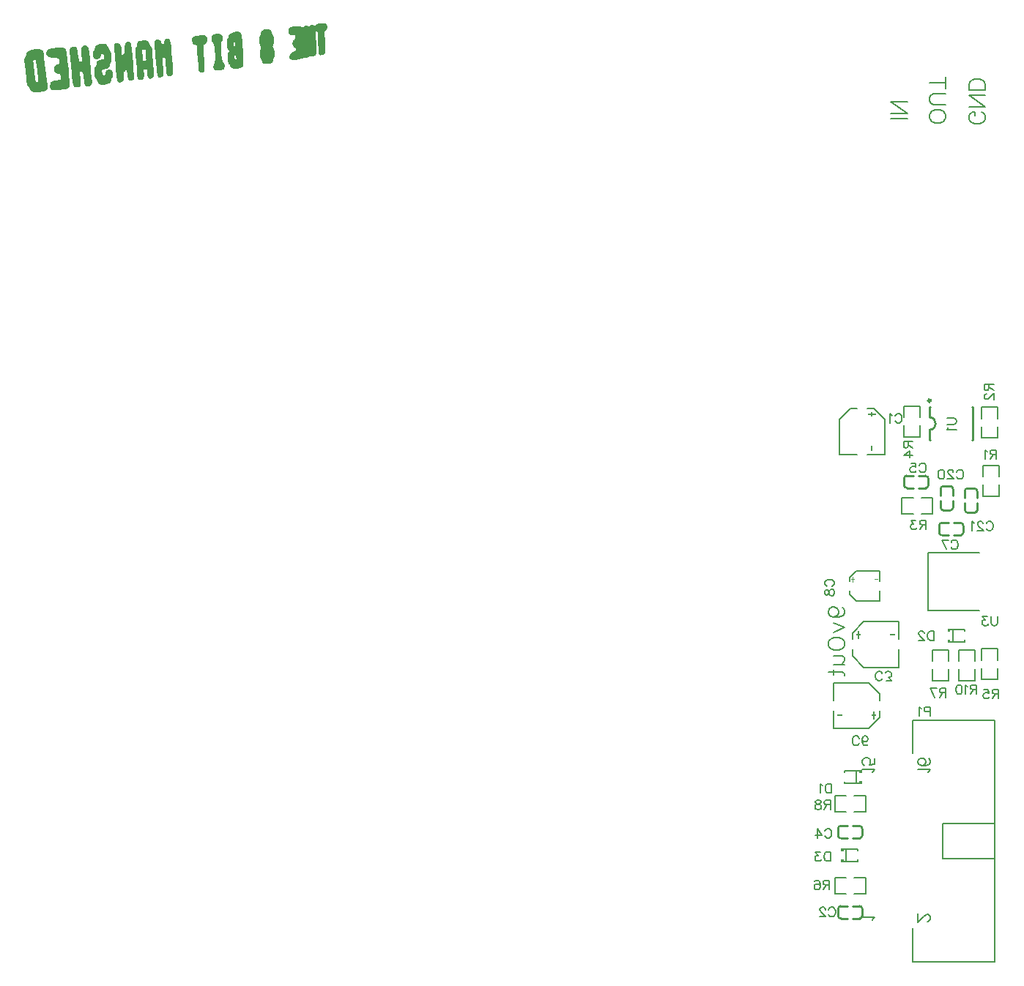
<source format=gbo>
G04 Layer: BottomSilkscreenLayer*
G04 EasyEDA v6.5.22, 2023-03-24 00:04:05*
G04 1816f6d41fbb4fb68ab43b55433a14ba,7be1179030e74d40a97a3c751b95adb4,10*
G04 Gerber Generator version 0.2*
G04 Scale: 100 percent, Rotated: No, Reflected: No *
G04 Dimensions in millimeters *
G04 leading zeros omitted , absolute positions ,4 integer and 5 decimal *
%FSLAX45Y45*%
%MOMM*%

%ADD10C,0.2032*%
%ADD11C,0.1524*%
%ADD12C,0.1499*%
%ADD13C,0.2540*%
%ADD14C,0.1520*%
%ADD15C,0.2007*%
%ADD16C,0.3000*%
%ADD17C,0.0164*%

%LPD*%
G36*
X6524548Y-65887D02*
G01*
X6509816Y-66243D01*
X6502400Y-66802D01*
X6487769Y-68732D01*
X6480810Y-70104D01*
X6474206Y-71678D01*
X6468059Y-73507D01*
X6462471Y-75590D01*
X6457594Y-77876D01*
X6453479Y-80365D01*
X6450177Y-83108D01*
X6441998Y-90576D01*
X6435293Y-94386D01*
X6429248Y-94945D01*
X6422745Y-92557D01*
X6415887Y-89408D01*
X6409232Y-87426D01*
X6402730Y-86563D01*
X6396634Y-86817D01*
X6390894Y-88188D01*
X6385712Y-90678D01*
X6381038Y-94234D01*
X6377076Y-98907D01*
X6371793Y-105613D01*
X6366865Y-108254D01*
X6360312Y-106984D01*
X6341973Y-98044D01*
X6335064Y-95199D01*
X6329070Y-93573D01*
X6323838Y-93218D01*
X6319012Y-94183D01*
X6314287Y-96367D01*
X6309512Y-99923D01*
X6297168Y-111252D01*
X6291072Y-113741D01*
X6283858Y-112420D01*
X6268923Y-105664D01*
X6264249Y-104089D01*
X6259169Y-102768D01*
X6253632Y-101701D01*
X6241643Y-100279D01*
X6228689Y-99771D01*
X6215176Y-100126D01*
X6201613Y-101346D01*
X6188303Y-103276D01*
X6175756Y-105968D01*
X6164326Y-109321D01*
X6159144Y-111252D01*
X6154420Y-113334D01*
X6150203Y-115519D01*
X6146546Y-117856D01*
X6143447Y-120345D01*
X6141059Y-122986D01*
X6137706Y-127660D01*
X6134963Y-132486D01*
X6132728Y-137363D01*
X6131052Y-142392D01*
X6129832Y-147370D01*
X6129172Y-152400D01*
X6128918Y-157429D01*
X6129172Y-162356D01*
X6129832Y-167233D01*
X6130899Y-171958D01*
X6132423Y-176530D01*
X6134354Y-180898D01*
X6136640Y-185064D01*
X6139281Y-188976D01*
X6142278Y-192633D01*
X6145631Y-195986D01*
X6149238Y-198932D01*
X6153200Y-201523D01*
X6157468Y-203758D01*
X6161989Y-205486D01*
X6166764Y-206756D01*
X6171742Y-207517D01*
X6176975Y-207771D01*
X6182410Y-207416D01*
X6210300Y-204266D01*
X6210300Y-224637D01*
X6210046Y-229819D01*
X6209385Y-234543D01*
X6208217Y-239014D01*
X6206591Y-243128D01*
X6204407Y-246989D01*
X6201714Y-250647D01*
X6198463Y-254101D01*
X6190335Y-261467D01*
X6186627Y-266141D01*
X6183528Y-271373D01*
X6181039Y-277063D01*
X6179159Y-283057D01*
X6177940Y-289306D01*
X6177280Y-295706D01*
X6177229Y-302158D01*
X6177788Y-308508D01*
X6178905Y-314756D01*
X6180632Y-320700D01*
X6182918Y-326339D01*
X6185814Y-331470D01*
X6189319Y-336092D01*
X6193383Y-340004D01*
X6202883Y-346354D01*
X6206998Y-349758D01*
X6210452Y-353364D01*
X6213144Y-357174D01*
X6215126Y-361086D01*
X6216396Y-365048D01*
X6216954Y-369011D01*
X6216853Y-372922D01*
X6216040Y-376732D01*
X6214516Y-380441D01*
X6212382Y-383895D01*
X6209538Y-387096D01*
X6206032Y-390042D01*
X6201816Y-392582D01*
X6196990Y-394716D01*
X6185916Y-398018D01*
X6180531Y-400050D01*
X6175502Y-402488D01*
X6170828Y-405231D01*
X6166408Y-408279D01*
X6162344Y-411581D01*
X6158636Y-415188D01*
X6155283Y-418947D01*
X6152286Y-422909D01*
X6149644Y-427024D01*
X6147358Y-431292D01*
X6145428Y-435609D01*
X6143904Y-439978D01*
X6142786Y-444398D01*
X6142024Y-448767D01*
X6141669Y-453135D01*
X6141770Y-457454D01*
X6142228Y-461619D01*
X6143142Y-465683D01*
X6144463Y-469595D01*
X6146190Y-473303D01*
X6148425Y-476758D01*
X6151067Y-479958D01*
X6154166Y-482904D01*
X6157722Y-485546D01*
X6161735Y-487781D01*
X6166256Y-489661D01*
X6171234Y-491134D01*
X6175248Y-491845D01*
X6185408Y-492556D01*
X6197854Y-492251D01*
X6211824Y-491134D01*
X6226606Y-489254D01*
X6241592Y-486816D01*
X6255969Y-483870D01*
X6269075Y-480568D01*
X6280150Y-477012D01*
X6284772Y-475183D01*
X6288582Y-473303D01*
X6299555Y-466293D01*
X6306616Y-463702D01*
X6313271Y-463499D01*
X6320180Y-465632D01*
X6323736Y-466953D01*
X6327495Y-467715D01*
X6331559Y-467918D01*
X6335928Y-467614D01*
X6340652Y-466750D01*
X6345834Y-465378D01*
X6351473Y-463397D01*
X6363106Y-458724D01*
X6376060Y-454761D01*
X6383070Y-453085D01*
X6390233Y-451662D01*
X6397193Y-450545D01*
X6403848Y-449732D01*
X6414312Y-449173D01*
X6422085Y-448513D01*
X6428740Y-447243D01*
X6431686Y-446328D01*
X6434429Y-445160D01*
X6436868Y-443738D01*
X6439154Y-441959D01*
X6441135Y-439877D01*
X6442964Y-437438D01*
X6444589Y-434593D01*
X6446012Y-431342D01*
X6447282Y-427583D01*
X6448348Y-423367D01*
X6450025Y-413308D01*
X6451092Y-400964D01*
X6451650Y-386029D01*
X6451752Y-368249D01*
X6450990Y-323240D01*
X6449822Y-283514D01*
X6448552Y-249986D01*
X6447180Y-220319D01*
X6445758Y-196748D01*
X6444538Y-181406D01*
X6443268Y-170789D01*
X6443065Y-164338D01*
X6443776Y-159816D01*
X6445351Y-157073D01*
X6447840Y-156108D01*
X6451396Y-156870D01*
X6455968Y-159308D01*
X6461658Y-163372D01*
X6462928Y-164490D01*
X6465112Y-167538D01*
X6466992Y-172008D01*
X6468516Y-178308D01*
X6469786Y-186994D01*
X6470853Y-198374D01*
X6471716Y-212953D01*
X6473037Y-253492D01*
X6474053Y-310083D01*
X6475222Y-359003D01*
X6476085Y-378155D01*
X6477254Y-394106D01*
X6478778Y-407162D01*
X6479692Y-412648D01*
X6481927Y-421792D01*
X6483248Y-425450D01*
X6484721Y-428650D01*
X6486398Y-431292D01*
X6488226Y-433476D01*
X6490208Y-435203D01*
X6492443Y-436524D01*
X6494830Y-437489D01*
X6497472Y-438099D01*
X6500317Y-438404D01*
X6506718Y-438251D01*
X6514185Y-437235D01*
X6522161Y-435762D01*
X6529019Y-434187D01*
X6534912Y-432358D01*
X6537452Y-431190D01*
X6539788Y-429818D01*
X6541922Y-428243D01*
X6543852Y-426364D01*
X6545580Y-424180D01*
X6547104Y-421690D01*
X6549644Y-415391D01*
X6551472Y-407212D01*
X6552742Y-396900D01*
X6553504Y-384048D01*
X6553809Y-368452D01*
X6553758Y-349707D01*
X6552793Y-301599D01*
X6549135Y-160883D01*
X6564884Y-146151D01*
X6568744Y-141833D01*
X6571945Y-136906D01*
X6574434Y-131368D01*
X6576263Y-125425D01*
X6577380Y-119176D01*
X6577838Y-112725D01*
X6577584Y-106172D01*
X6576618Y-99669D01*
X6574993Y-93268D01*
X6572656Y-87172D01*
X6569608Y-81432D01*
X6565900Y-76200D01*
X6563309Y-73812D01*
X6559803Y-71780D01*
X6555435Y-70053D01*
X6550304Y-68630D01*
X6544564Y-67513D01*
X6538315Y-66649D01*
X6531609Y-66141D01*
G37*
G36*
X5884722Y-133705D02*
G01*
X5873750Y-134366D01*
X5868212Y-135178D01*
X5862726Y-136245D01*
X5857290Y-137617D01*
X5846826Y-141173D01*
X5841796Y-143306D01*
X5837021Y-145694D01*
X5832551Y-148336D01*
X5828334Y-151130D01*
X5824474Y-154178D01*
X5820968Y-157429D01*
X5817920Y-160832D01*
X5815330Y-164388D01*
X5813196Y-168148D01*
X5811672Y-172059D01*
X5810656Y-176072D01*
X5809437Y-187502D01*
X5807354Y-195376D01*
X5804255Y-202895D01*
X5798870Y-212039D01*
X5797499Y-216103D01*
X5796330Y-221183D01*
X5795416Y-227075D01*
X5794298Y-241046D01*
X5794095Y-256997D01*
X5794705Y-273913D01*
X5795264Y-282448D01*
X5797042Y-298958D01*
X5798159Y-306781D01*
X5799480Y-314045D01*
X5800953Y-320751D01*
X5802528Y-326694D01*
X5804306Y-331724D01*
X5806186Y-335838D01*
X5812383Y-344627D01*
X5813806Y-350113D01*
X5812485Y-356616D01*
X5806897Y-369163D01*
X5805627Y-373532D01*
X5804509Y-378663D01*
X5803646Y-384403D01*
X5802477Y-397459D01*
X5802071Y-411835D01*
X5802173Y-420827D01*
X5886246Y-420827D01*
X5886602Y-416001D01*
X5887618Y-412089D01*
X5888786Y-410565D01*
X5889752Y-412191D01*
X5890310Y-416509D01*
X5890463Y-423265D01*
X5890158Y-429717D01*
X5889447Y-433324D01*
X5888482Y-433832D01*
X5887364Y-430987D01*
X5886500Y-426059D01*
X5886246Y-420827D01*
X5802173Y-420827D01*
X5802731Y-434340D01*
X5804052Y-448716D01*
X5804916Y-455472D01*
X5807151Y-467512D01*
X5808522Y-472592D01*
X5809996Y-476961D01*
X5811570Y-480517D01*
X5816854Y-487984D01*
X5820460Y-494385D01*
X5823712Y-501446D01*
X5826150Y-508304D01*
X5828131Y-514654D01*
X5830265Y-520141D01*
X5832551Y-524814D01*
X5835192Y-528675D01*
X5838240Y-531825D01*
X5841898Y-534314D01*
X5846165Y-536295D01*
X5851296Y-537718D01*
X5857341Y-538734D01*
X5864402Y-539343D01*
X5872632Y-539699D01*
X5882182Y-539800D01*
X5890056Y-539597D01*
X5897626Y-538988D01*
X5904788Y-537972D01*
X5911596Y-536600D01*
X5917946Y-534873D01*
X5923838Y-532790D01*
X5929325Y-530352D01*
X5934303Y-527608D01*
X5938774Y-524560D01*
X5942736Y-521208D01*
X5946140Y-517601D01*
X5948984Y-513689D01*
X5951220Y-509524D01*
X5952845Y-505155D01*
X5953810Y-500532D01*
X5954928Y-489051D01*
X5957062Y-480720D01*
X5960160Y-471779D01*
X5965647Y-459435D01*
X5967069Y-454863D01*
X5968238Y-449732D01*
X5969203Y-444042D01*
X5970320Y-431495D01*
X5970574Y-424789D01*
X5970320Y-410870D01*
X5969304Y-396849D01*
X5967425Y-383286D01*
X5966256Y-376936D01*
X5964834Y-370890D01*
X5963259Y-365302D01*
X5961532Y-360273D01*
X5959652Y-355803D01*
X5957620Y-352044D01*
X5952490Y-345389D01*
X5950407Y-342036D01*
X5949238Y-338582D01*
X5948934Y-334619D01*
X5949492Y-329793D01*
X5951016Y-323748D01*
X5953404Y-316128D01*
X5958586Y-300888D01*
X5961532Y-289001D01*
X5962599Y-282854D01*
X5963412Y-276656D01*
X5964326Y-264007D01*
X5964224Y-251460D01*
X5963818Y-245262D01*
X5962294Y-233171D01*
X5959856Y-221742D01*
X5958281Y-216357D01*
X5956503Y-211277D01*
X5954471Y-206451D01*
X5952236Y-201930D01*
X5949797Y-197764D01*
X5942584Y-187452D01*
X5938875Y-180594D01*
X5936335Y-174294D01*
X5934608Y-164642D01*
X5932373Y-159105D01*
X5929122Y-153365D01*
X5925108Y-148132D01*
X5921857Y-144983D01*
X5918200Y-142240D01*
X5914237Y-139903D01*
X5909868Y-137972D01*
X5905246Y-136398D01*
X5900420Y-135178D01*
X5895340Y-134366D01*
X5890107Y-133858D01*
G37*
G36*
X5537504Y-165709D02*
G01*
X5526125Y-166065D01*
X5514492Y-167436D01*
X5508599Y-168452D01*
X5496966Y-171297D01*
X5491226Y-172974D01*
X5480151Y-177038D01*
X5469737Y-181864D01*
X5464911Y-184505D01*
X5456072Y-190296D01*
X5452160Y-193446D01*
X5448604Y-196697D01*
X5445404Y-200050D01*
X5442712Y-203555D01*
X5440426Y-207162D01*
X5438698Y-210820D01*
X5437428Y-214629D01*
X5435193Y-227329D01*
X5432501Y-236016D01*
X5428945Y-243586D01*
X5423204Y-251409D01*
X5421630Y-254558D01*
X5420309Y-258419D01*
X5419191Y-262940D01*
X5418328Y-268020D01*
X5417210Y-279552D01*
X5416905Y-292557D01*
X5417431Y-306679D01*
X5498134Y-306679D01*
X5498642Y-295097D01*
X5500268Y-287274D01*
X5503214Y-282854D01*
X5507532Y-281482D01*
X5511850Y-282854D01*
X5514746Y-287274D01*
X5516372Y-295097D01*
X5516880Y-306679D01*
X5516372Y-318312D01*
X5514746Y-326136D01*
X5511850Y-330504D01*
X5507532Y-331876D01*
X5503214Y-330504D01*
X5500268Y-326136D01*
X5498642Y-318312D01*
X5498134Y-306679D01*
X5417431Y-306679D01*
X5418582Y-320548D01*
X5420461Y-334365D01*
X5422950Y-347268D01*
X5424373Y-353212D01*
X5427726Y-363778D01*
X5429554Y-368198D01*
X5431536Y-372008D01*
X5433618Y-375056D01*
X5435803Y-377291D01*
X5448909Y-388061D01*
X5436666Y-405638D01*
X5434736Y-408889D01*
X5433060Y-412800D01*
X5431586Y-417322D01*
X5430316Y-422401D01*
X5428437Y-433933D01*
X5427319Y-446836D01*
X5427051Y-454609D01*
X5506872Y-454609D01*
X5507126Y-447649D01*
X5508345Y-442214D01*
X5510682Y-437184D01*
X5513019Y-434136D01*
X5515356Y-433019D01*
X5517591Y-433882D01*
X5519775Y-436575D01*
X5521807Y-441147D01*
X5523585Y-447548D01*
X5525211Y-455726D01*
X5526328Y-463854D01*
X5526836Y-470814D01*
X5526786Y-476656D01*
X5526125Y-481330D01*
X5524855Y-484885D01*
X5522976Y-487426D01*
X5520436Y-488899D01*
X5517286Y-489407D01*
X5514746Y-487832D01*
X5512358Y-483717D01*
X5510276Y-477621D01*
X5508548Y-470306D01*
X5507380Y-462381D01*
X5506872Y-454609D01*
X5427051Y-454609D01*
X5427065Y-467614D01*
X5427827Y-481685D01*
X5429300Y-495249D01*
X5431383Y-507847D01*
X5434126Y-518871D01*
X5435752Y-523697D01*
X5437479Y-527862D01*
X5439410Y-531469D01*
X5441442Y-534314D01*
X5447792Y-540308D01*
X5451246Y-545084D01*
X5453583Y-550214D01*
X5454396Y-554939D01*
X5454650Y-558952D01*
X5455412Y-562813D01*
X5456631Y-566420D01*
X5458307Y-569823D01*
X5460390Y-573024D01*
X5462879Y-576021D01*
X5465775Y-578815D01*
X5469077Y-581406D01*
X5472734Y-583742D01*
X5476697Y-585825D01*
X5480964Y-587705D01*
X5485587Y-589330D01*
X5490413Y-590753D01*
X5495544Y-591921D01*
X5500928Y-592836D01*
X5506516Y-593496D01*
X5512308Y-593902D01*
X5524398Y-593902D01*
X5530697Y-593547D01*
X5543600Y-591972D01*
X5556859Y-589280D01*
X5570321Y-585470D01*
X5583834Y-580440D01*
X5589473Y-577850D01*
X5594350Y-574954D01*
X5598464Y-571449D01*
X5601868Y-567080D01*
X5603341Y-564438D01*
X5605780Y-558241D01*
X5607608Y-550418D01*
X5608828Y-540766D01*
X5609488Y-529031D01*
X5609691Y-514858D01*
X5609386Y-497992D01*
X5608675Y-478231D01*
X5605119Y-414020D01*
X5597956Y-299212D01*
X5595213Y-260604D01*
X5592775Y-232054D01*
X5590438Y-211886D01*
X5589219Y-204368D01*
X5587949Y-198272D01*
X5586577Y-193344D01*
X5585104Y-189433D01*
X5583529Y-186232D01*
X5581751Y-183591D01*
X5577636Y-178968D01*
X5574487Y-176174D01*
X5570931Y-173736D01*
X5566968Y-171653D01*
X5562752Y-169875D01*
X5558180Y-168452D01*
X5553303Y-167284D01*
X5548223Y-166471D01*
X5542940Y-165963D01*
G37*
G36*
X5309057Y-188417D02*
G01*
X5302453Y-188671D01*
X5295900Y-189280D01*
X5289448Y-190296D01*
X5283149Y-191617D01*
X5277104Y-193243D01*
X5271363Y-195224D01*
X5265978Y-197510D01*
X5261102Y-200152D01*
X5256784Y-203098D01*
X5253024Y-206349D01*
X5249976Y-209905D01*
X5247589Y-213766D01*
X5245608Y-218186D01*
X5244033Y-223012D01*
X5242864Y-228193D01*
X5242052Y-233679D01*
X5241594Y-239369D01*
X5241544Y-245160D01*
X5241899Y-251002D01*
X5242560Y-256844D01*
X5243576Y-262534D01*
X5244947Y-268020D01*
X5246674Y-273202D01*
X5248706Y-278079D01*
X5251043Y-282498D01*
X5253736Y-286359D01*
X5258409Y-291592D01*
X5260086Y-294132D01*
X5261711Y-297281D01*
X5264759Y-305206D01*
X5267706Y-315061D01*
X5270398Y-326644D01*
X5272887Y-339699D01*
X5275122Y-353923D01*
X5277104Y-369062D01*
X5278831Y-384911D01*
X5280253Y-401167D01*
X5281371Y-417525D01*
X5282184Y-433832D01*
X5282641Y-449783D01*
X5282742Y-465124D01*
X5282438Y-479551D01*
X5281726Y-492861D01*
X5280660Y-504748D01*
X5279085Y-515010D01*
X5277104Y-523392D01*
X5275935Y-526745D01*
X5274665Y-529539D01*
X5270042Y-536702D01*
X5267452Y-542391D01*
X5265420Y-548690D01*
X5264048Y-555396D01*
X5263235Y-562457D01*
X5263083Y-569620D01*
X5263438Y-576783D01*
X5264454Y-583844D01*
X5266029Y-590550D01*
X5268214Y-596798D01*
X5271008Y-602386D01*
X5274360Y-607263D01*
X5276494Y-609193D01*
X5279542Y-610768D01*
X5283403Y-612140D01*
X5287975Y-613206D01*
X5293106Y-614019D01*
X5298795Y-614578D01*
X5304840Y-614883D01*
X5317947Y-614781D01*
X5331561Y-613765D01*
X5344972Y-611936D01*
X5357469Y-609244D01*
X5363108Y-607669D01*
X5368239Y-605840D01*
X5372760Y-603910D01*
X5376570Y-601776D01*
X5379618Y-599490D01*
X5382920Y-595884D01*
X5385765Y-591616D01*
X5388102Y-586740D01*
X5389981Y-581406D01*
X5391404Y-575716D01*
X5392318Y-569772D01*
X5392826Y-563626D01*
X5392877Y-557377D01*
X5392420Y-551180D01*
X5391556Y-545084D01*
X5390235Y-539242D01*
X5388457Y-533704D01*
X5386222Y-528574D01*
X5383580Y-523951D01*
X5380482Y-519938D01*
X5375300Y-515061D01*
X5373624Y-512775D01*
X5370474Y-506425D01*
X5368950Y-502412D01*
X5366105Y-492912D01*
X5363413Y-481634D01*
X5360924Y-468833D01*
X5358739Y-454812D01*
X5356758Y-439775D01*
X5355031Y-424078D01*
X5353659Y-407873D01*
X5352542Y-391464D01*
X5351780Y-375158D01*
X5351322Y-359206D01*
X5351272Y-343814D01*
X5351576Y-329336D01*
X5352237Y-315925D01*
X5353354Y-303936D01*
X5354929Y-293624D01*
X5356910Y-285242D01*
X5358079Y-281838D01*
X5359400Y-278993D01*
X5364784Y-271018D01*
X5367985Y-264871D01*
X5370372Y-258470D01*
X5372049Y-251866D01*
X5372912Y-245160D01*
X5373014Y-238455D01*
X5372354Y-231800D01*
X5370982Y-225298D01*
X5368798Y-219049D01*
X5365902Y-213106D01*
X5362244Y-207517D01*
X5357876Y-202488D01*
X5354269Y-199390D01*
X5350052Y-196646D01*
X5345277Y-194360D01*
X5339994Y-192430D01*
X5334355Y-190855D01*
X5328361Y-189687D01*
X5322062Y-188925D01*
X5315661Y-188468D01*
G37*
G36*
X5147919Y-207213D02*
G01*
X5131562Y-207822D01*
X5108854Y-209448D01*
X5089652Y-211175D01*
X5072938Y-213258D01*
X5058511Y-215696D01*
X5052110Y-217068D01*
X5040934Y-220217D01*
X5036108Y-222046D01*
X5031790Y-223977D01*
X5027930Y-226060D01*
X5024577Y-228346D01*
X5021630Y-230784D01*
X5019141Y-233375D01*
X5017058Y-236220D01*
X5015433Y-239217D01*
X5014163Y-242417D01*
X5013248Y-245871D01*
X5012740Y-249529D01*
X5012588Y-253441D01*
X5012740Y-257606D01*
X5013248Y-261975D01*
X5016144Y-277164D01*
X5019700Y-293217D01*
X5021427Y-299110D01*
X5023205Y-303834D01*
X5025186Y-307644D01*
X5027523Y-310591D01*
X5030317Y-312978D01*
X5033721Y-314909D01*
X5037785Y-316636D01*
X5073345Y-327609D01*
X5075174Y-398830D01*
X5076291Y-423570D01*
X5079238Y-463346D01*
X5086705Y-573074D01*
X5088128Y-588975D01*
X5089601Y-600913D01*
X5091226Y-609701D01*
X5093208Y-616000D01*
X5095646Y-620572D01*
X5098694Y-624179D01*
X5104739Y-629361D01*
X5110226Y-633171D01*
X5116017Y-635711D01*
X5122011Y-637082D01*
X5128158Y-637235D01*
X5134457Y-636168D01*
X5140858Y-633882D01*
X5147310Y-630428D01*
X5154472Y-625144D01*
X5155641Y-623366D01*
X5156657Y-620826D01*
X5157571Y-617423D01*
X5158333Y-613156D01*
X5159349Y-601573D01*
X5159806Y-585571D01*
X5159654Y-564642D01*
X5158943Y-538175D01*
X5157571Y-505663D01*
X5152948Y-420370D01*
X5149799Y-367944D01*
X5148884Y-347167D01*
X5148681Y-332079D01*
X5148884Y-326440D01*
X5149291Y-321919D01*
X5149951Y-318465D01*
X5150815Y-315925D01*
X5151882Y-314248D01*
X5153202Y-313283D01*
X5154777Y-312978D01*
X5158841Y-312674D01*
X5162804Y-311658D01*
X5166512Y-310032D01*
X5170017Y-307848D01*
X5173319Y-305104D01*
X5176418Y-301955D01*
X5179263Y-298348D01*
X5181854Y-294335D01*
X5184190Y-290017D01*
X5186222Y-285445D01*
X5188000Y-280619D01*
X5189423Y-275590D01*
X5190591Y-270408D01*
X5191404Y-265176D01*
X5191912Y-259892D01*
X5192064Y-254609D01*
X5191810Y-249326D01*
X5191201Y-244195D01*
X5190236Y-239217D01*
X5188864Y-234391D01*
X5187086Y-229819D01*
X5184851Y-225552D01*
X5182209Y-221640D01*
X5179110Y-218084D01*
X5176215Y-215290D01*
X5173421Y-212953D01*
X5170525Y-211074D01*
X5167325Y-209600D01*
X5163667Y-208483D01*
X5159349Y-207721D01*
X5154117Y-207314D01*
G37*
G36*
X4729835Y-243992D02*
G01*
X4725314Y-244094D01*
X4720894Y-244906D01*
X4716729Y-246430D01*
X4712766Y-248615D01*
X4709109Y-251460D01*
X4705705Y-255016D01*
X4702657Y-259181D01*
X4700016Y-263956D01*
X4697780Y-269341D01*
X4695952Y-275285D01*
X4692700Y-291846D01*
X4690364Y-300482D01*
X4687976Y-306832D01*
X4685792Y-310032D01*
X4682236Y-311353D01*
X4678222Y-311454D01*
X4674108Y-310438D01*
X4670145Y-308508D01*
X4666589Y-305816D01*
X4663694Y-302514D01*
X4661763Y-298805D01*
X4661052Y-294843D01*
X4660696Y-289712D01*
X4659579Y-284784D01*
X4657852Y-280060D01*
X4655464Y-275640D01*
X4652568Y-271526D01*
X4649114Y-267766D01*
X4645253Y-264515D01*
X4640986Y-261670D01*
X4636414Y-259384D01*
X4631486Y-257708D01*
X4626356Y-256641D01*
X4621072Y-256286D01*
X4615180Y-256489D01*
X4609795Y-257098D01*
X4604969Y-258114D01*
X4600600Y-259588D01*
X4596739Y-261518D01*
X4593336Y-263956D01*
X4590389Y-266903D01*
X4587900Y-270357D01*
X4585868Y-274421D01*
X4584242Y-279044D01*
X4583023Y-284276D01*
X4582160Y-290118D01*
X4581702Y-296621D01*
X4581652Y-303784D01*
X4581906Y-311658D01*
X4600194Y-535279D01*
X4604105Y-577951D01*
X4607763Y-612648D01*
X4611420Y-640080D01*
X4613300Y-651357D01*
X4615230Y-661111D01*
X4617212Y-669442D01*
X4619345Y-676452D01*
X4621580Y-682193D01*
X4623968Y-686816D01*
X4626508Y-690422D01*
X4629302Y-693115D01*
X4632299Y-694944D01*
X4635550Y-696010D01*
X4639056Y-696417D01*
X4642815Y-696264D01*
X4646930Y-695706D01*
X4656632Y-693369D01*
X4661966Y-691337D01*
X4666691Y-688746D01*
X4670907Y-685393D01*
X4674565Y-681278D01*
X4677664Y-676300D01*
X4680254Y-670255D01*
X4682337Y-663194D01*
X4683912Y-654862D01*
X4684979Y-645312D01*
X4685538Y-634390D01*
X4685690Y-621944D01*
X4685334Y-607974D01*
X4684572Y-592328D01*
X4683353Y-574903D01*
X4679594Y-534416D01*
X4674666Y-488594D01*
X4674057Y-480923D01*
X4674108Y-475234D01*
X4674870Y-471271D01*
X4676546Y-468731D01*
X4679188Y-467156D01*
X4682947Y-466242D01*
X4690719Y-465582D01*
X4693208Y-465582D01*
X4695494Y-465835D01*
X4697526Y-466343D01*
X4699406Y-467258D01*
X4701082Y-468579D01*
X4702556Y-470357D01*
X4703927Y-472744D01*
X4705146Y-475640D01*
X4706264Y-479247D01*
X4708245Y-488696D01*
X4709922Y-501497D01*
X4711496Y-518159D01*
X4718253Y-618134D01*
X4719624Y-635000D01*
X4720996Y-646988D01*
X4722520Y-655218D01*
X4724400Y-660806D01*
X4726686Y-664972D01*
X4729683Y-668782D01*
X4733036Y-672490D01*
X4736592Y-675487D01*
X4740249Y-677926D01*
X4744059Y-679754D01*
X4747920Y-681024D01*
X4751832Y-681786D01*
X4755794Y-681939D01*
X4759706Y-681634D01*
X4763566Y-680821D01*
X4767376Y-679551D01*
X4771085Y-677824D01*
X4774641Y-675690D01*
X4778044Y-673100D01*
X4781245Y-670153D01*
X4784242Y-666851D01*
X4786985Y-663194D01*
X4789474Y-659180D01*
X4791608Y-654913D01*
X4793386Y-650290D01*
X4794859Y-645464D01*
X4795875Y-640384D01*
X4796485Y-635050D01*
X4796586Y-629513D01*
X4793640Y-595680D01*
X4790135Y-549706D01*
X4780280Y-398627D01*
X4776978Y-356870D01*
X4773523Y-323342D01*
X4771644Y-309422D01*
X4769713Y-297281D01*
X4767681Y-286816D01*
X4765548Y-277926D01*
X4763262Y-270510D01*
X4760823Y-264464D01*
X4758232Y-259689D01*
X4755438Y-256133D01*
X4753965Y-254711D01*
X4749088Y-251002D01*
X4744212Y-248107D01*
X4739335Y-245973D01*
X4734560Y-244602D01*
G37*
G36*
X4472889Y-265734D02*
G01*
X4463034Y-267360D01*
X4454448Y-268173D01*
X4443882Y-268681D01*
X4424426Y-269240D01*
X4416958Y-270256D01*
X4410100Y-271881D01*
X4403902Y-274167D01*
X4398416Y-277063D01*
X4393590Y-280568D01*
X4389475Y-284683D01*
X4386072Y-289407D01*
X4383430Y-294690D01*
X4381500Y-300532D01*
X4380331Y-306933D01*
X4379925Y-313893D01*
X4379112Y-322376D01*
X4376928Y-330301D01*
X4373524Y-336905D01*
X4367377Y-343357D01*
X4365701Y-345998D01*
X4364228Y-349300D01*
X4363008Y-353364D01*
X4361942Y-358089D01*
X4361078Y-363474D01*
X4360418Y-369519D01*
X4359784Y-382625D01*
X4438040Y-382625D01*
X4440072Y-378358D01*
X4446320Y-376428D01*
X4457903Y-375970D01*
X4479899Y-375970D01*
X4480052Y-408838D01*
X4480661Y-423316D01*
X4481728Y-439420D01*
X4483100Y-455168D01*
X4485081Y-472795D01*
X4485741Y-480822D01*
X4485741Y-486816D01*
X4484928Y-491083D01*
X4483201Y-494080D01*
X4480407Y-496214D01*
X4476394Y-497789D01*
X4466031Y-500532D01*
X4461865Y-501396D01*
X4458462Y-501751D01*
X4455668Y-501396D01*
X4453432Y-500126D01*
X4451654Y-497789D01*
X4450283Y-494182D01*
X4449165Y-489204D01*
X4448200Y-482549D01*
X4446473Y-463804D01*
X4444746Y-441604D01*
X4441190Y-406146D01*
X4438904Y-390144D01*
X4438040Y-382625D01*
X4359784Y-382625D01*
X4359757Y-391160D01*
X4360367Y-408381D01*
X4361789Y-427532D01*
X4364634Y-452882D01*
X4367885Y-492302D01*
X4375607Y-599795D01*
X4379315Y-645668D01*
X4381195Y-663549D01*
X4383278Y-678434D01*
X4385564Y-690575D01*
X4388154Y-700278D01*
X4389628Y-704291D01*
X4391202Y-707796D01*
X4392879Y-710844D01*
X4394758Y-713435D01*
X4396740Y-715619D01*
X4398873Y-717397D01*
X4401210Y-718870D01*
X4403699Y-720039D01*
X4409287Y-721563D01*
X4415739Y-722274D01*
X4423156Y-722477D01*
X4428490Y-722274D01*
X4433366Y-721614D01*
X4437786Y-720496D01*
X4441748Y-718921D01*
X4445304Y-716788D01*
X4448454Y-714146D01*
X4451248Y-710895D01*
X4453636Y-707085D01*
X4455617Y-702665D01*
X4457293Y-697585D01*
X4458614Y-691845D01*
X4459579Y-685444D01*
X4460240Y-678281D01*
X4460646Y-670407D01*
X4460748Y-661771D01*
X4459071Y-606145D01*
X4498644Y-602945D01*
X4498797Y-651205D01*
X4499356Y-659384D01*
X4500219Y-667004D01*
X4501489Y-674065D01*
X4503013Y-680516D01*
X4504893Y-686358D01*
X4507077Y-691591D01*
X4509617Y-696214D01*
X4512360Y-700227D01*
X4515459Y-703580D01*
X4518812Y-706272D01*
X4522419Y-708304D01*
X4526280Y-709726D01*
X4530394Y-710438D01*
X4534712Y-710438D01*
X4539284Y-709777D01*
X4544110Y-708456D01*
X4549089Y-706374D01*
X4554321Y-703580D01*
X4561078Y-699008D01*
X4563668Y-696620D01*
X4565904Y-693674D01*
X4567885Y-690118D01*
X4569510Y-685850D01*
X4570882Y-680669D01*
X4571949Y-674522D01*
X4572762Y-667207D01*
X4573219Y-658672D01*
X4573473Y-648817D01*
X4573066Y-624433D01*
X4571542Y-593191D01*
X4568952Y-554024D01*
X4557318Y-401472D01*
X4555032Y-364693D01*
X4553813Y-357936D01*
X4550664Y-350215D01*
X4546041Y-342442D01*
X4540453Y-335686D01*
X4537354Y-332282D01*
X4534103Y-328117D01*
X4530801Y-323392D01*
X4527550Y-318262D01*
X4521555Y-307441D01*
X4518964Y-302006D01*
X4514443Y-291033D01*
X4511852Y-285902D01*
X4509058Y-281381D01*
X4506112Y-277520D01*
X4502912Y-274269D01*
X4499559Y-271627D01*
X4496003Y-269595D01*
X4492244Y-268224D01*
X4485538Y-266700D01*
X4478883Y-265887D01*
G37*
G36*
X4277004Y-281025D02*
G01*
X4273550Y-281279D01*
X4270146Y-281990D01*
X4266844Y-283159D01*
X4263593Y-284734D01*
X4260443Y-286766D01*
X4257446Y-289153D01*
X4254550Y-291998D01*
X4251858Y-295198D01*
X4249318Y-298805D01*
X4246981Y-302768D01*
X4244848Y-307035D01*
X4242968Y-311658D01*
X4241342Y-316636D01*
X4239920Y-321868D01*
X4238853Y-327406D01*
X4238091Y-333248D01*
X4237583Y-339344D01*
X4237482Y-345694D01*
X4238752Y-376428D01*
X4238701Y-382473D01*
X4238396Y-387756D01*
X4237888Y-392277D01*
X4237075Y-396290D01*
X4235958Y-399846D01*
X4234586Y-403047D01*
X4232859Y-406044D01*
X4225798Y-414985D01*
X4223207Y-418795D01*
X4220667Y-423062D01*
X4216044Y-432460D01*
X4214063Y-437235D01*
X4212437Y-441959D01*
X4208475Y-457098D01*
X4207560Y-459232D01*
X4206849Y-459181D01*
X4206240Y-456742D01*
X4205325Y-444398D01*
X4203801Y-414731D01*
X4203039Y-404063D01*
X4201210Y-389991D01*
X4200550Y-381406D01*
X4199077Y-349046D01*
X4198061Y-340969D01*
X4196486Y-333603D01*
X4194403Y-326948D01*
X4191762Y-320903D01*
X4188612Y-315569D01*
X4184853Y-310845D01*
X4180484Y-306781D01*
X4175607Y-303326D01*
X4170070Y-300532D01*
X4163974Y-298246D01*
X4157268Y-296621D01*
X4151629Y-295808D01*
X4146346Y-295605D01*
X4141368Y-296011D01*
X4136796Y-297027D01*
X4132529Y-298551D01*
X4128719Y-300685D01*
X4125264Y-303377D01*
X4122216Y-306578D01*
X4119575Y-310337D01*
X4117390Y-314553D01*
X4115663Y-319278D01*
X4114342Y-324510D01*
X4113529Y-330149D01*
X4113174Y-336245D01*
X4113276Y-342798D01*
X4116832Y-378917D01*
X4121302Y-432714D01*
X4132326Y-578256D01*
X4135983Y-620268D01*
X4139539Y-655218D01*
X4143197Y-683666D01*
X4145026Y-695655D01*
X4147007Y-706221D01*
X4149039Y-715467D01*
X4151172Y-723493D01*
X4153408Y-730300D01*
X4155795Y-736041D01*
X4158386Y-740816D01*
X4161129Y-744575D01*
X4164076Y-747471D01*
X4167225Y-749604D01*
X4170578Y-751027D01*
X4174236Y-751789D01*
X4178096Y-751992D01*
X4182313Y-751687D01*
X4191609Y-749960D01*
X4197756Y-748334D01*
X4203242Y-746607D01*
X4208068Y-744728D01*
X4212336Y-742594D01*
X4216044Y-740206D01*
X4219244Y-737412D01*
X4221886Y-734314D01*
X4224070Y-730707D01*
X4225798Y-726592D01*
X4227068Y-721969D01*
X4227982Y-716737D01*
X4228490Y-710844D01*
X4228642Y-704240D01*
X4228490Y-696874D01*
X4227322Y-679602D01*
X4225798Y-661365D01*
X4225290Y-648208D01*
X4225442Y-643178D01*
X4225950Y-638962D01*
X4226763Y-635406D01*
X4227982Y-632358D01*
X4229557Y-629716D01*
X4231589Y-627227D01*
X4240479Y-619201D01*
X4243374Y-615848D01*
X4245711Y-612292D01*
X4247540Y-608431D01*
X4248810Y-604164D01*
X4249674Y-599440D01*
X4250029Y-594156D01*
X4249826Y-571144D01*
X4250334Y-564184D01*
X4250740Y-562000D01*
X4251248Y-560578D01*
X4251858Y-559968D01*
X4252518Y-560120D01*
X4253230Y-560984D01*
X4254906Y-564845D01*
X4256684Y-571296D01*
X4258614Y-580136D01*
X4260545Y-591159D01*
X4262424Y-604164D01*
X4264202Y-618947D01*
X4267758Y-655828D01*
X4269841Y-673557D01*
X4272127Y-688644D01*
X4274718Y-701243D01*
X4276140Y-706678D01*
X4279341Y-715822D01*
X4281170Y-719582D01*
X4283100Y-722884D01*
X4285183Y-725728D01*
X4287418Y-728065D01*
X4289856Y-729996D01*
X4292447Y-731469D01*
X4295241Y-732586D01*
X4298289Y-733298D01*
X4301490Y-733704D01*
X4304944Y-733755D01*
X4312564Y-732891D01*
X4316780Y-732078D01*
X4322724Y-730453D01*
X4327956Y-728370D01*
X4332528Y-725830D01*
X4336389Y-722731D01*
X4339640Y-719023D01*
X4342282Y-714756D01*
X4344263Y-709777D01*
X4345736Y-704138D01*
X4346600Y-697738D01*
X4346905Y-690575D01*
X4346702Y-682599D01*
X4338929Y-592124D01*
X4333138Y-519785D01*
X4328312Y-462737D01*
X4325162Y-431139D01*
X4320438Y-372821D01*
X4318965Y-357327D01*
X4317085Y-342341D01*
X4314850Y-328625D01*
X4312361Y-316890D01*
X4309821Y-307746D01*
X4308551Y-304393D01*
X4307332Y-301955D01*
X4304233Y-297434D01*
X4301032Y-293471D01*
X4297730Y-290118D01*
X4294378Y-287274D01*
X4290923Y-284988D01*
X4287469Y-283260D01*
X4283964Y-281990D01*
X4280509Y-281279D01*
G37*
G36*
X3982872Y-303225D02*
G01*
X3976827Y-303326D01*
X3964686Y-304393D01*
X3952595Y-306527D01*
X3946702Y-307949D01*
X3940911Y-309626D01*
X3929786Y-313690D01*
X3924604Y-316026D01*
X3919626Y-318617D01*
X3915003Y-321360D01*
X3910685Y-324307D01*
X3906774Y-327456D01*
X3903218Y-330758D01*
X3900170Y-334264D01*
X3897579Y-337921D01*
X3895496Y-341680D01*
X3893972Y-345643D01*
X3893007Y-349707D01*
X3891787Y-363016D01*
X3889248Y-371652D01*
X3885336Y-379323D01*
X3880205Y-385419D01*
X3876598Y-389280D01*
X3873652Y-393750D01*
X3871264Y-398678D01*
X3869486Y-404012D01*
X3868216Y-409651D01*
X3867556Y-415645D01*
X3867353Y-421741D01*
X3867658Y-428040D01*
X3868470Y-434340D01*
X3869740Y-440588D01*
X3871468Y-446735D01*
X3873652Y-452678D01*
X3876192Y-458368D01*
X3879138Y-463753D01*
X3882491Y-468731D01*
X3886200Y-473151D01*
X3890213Y-477062D01*
X3894531Y-480314D01*
X3899204Y-482904D01*
X3904132Y-484632D01*
X3909771Y-485597D01*
X3915511Y-485597D01*
X3921302Y-484733D01*
X3927043Y-483057D01*
X3932631Y-480669D01*
X3937965Y-477723D01*
X3942994Y-474218D01*
X3947566Y-470255D01*
X3951681Y-465937D01*
X3955186Y-461365D01*
X3957980Y-456641D01*
X3960012Y-451764D01*
X3961180Y-446887D01*
X3961333Y-442061D01*
X3960469Y-437438D01*
X3958488Y-433070D01*
X3958082Y-430276D01*
X3960571Y-428193D01*
X3965752Y-426872D01*
X3973423Y-426415D01*
X3978249Y-426720D01*
X3982618Y-427634D01*
X3986428Y-429209D01*
X3989781Y-431393D01*
X3992575Y-434238D01*
X3994861Y-437692D01*
X3996639Y-441756D01*
X3997909Y-446430D01*
X3998671Y-451713D01*
X3998925Y-457657D01*
X3998620Y-464210D01*
X3997858Y-471373D01*
X3996994Y-475589D01*
X3995623Y-479094D01*
X3993540Y-481888D01*
X3990543Y-484225D01*
X3986428Y-486105D01*
X3981043Y-487680D01*
X3974134Y-489102D01*
X3956913Y-491947D01*
X3949039Y-493826D01*
X3941927Y-496062D01*
X3935577Y-498703D01*
X3929938Y-501751D01*
X3925011Y-505155D01*
X3920896Y-508914D01*
X3917492Y-513080D01*
X3914851Y-517651D01*
X3912920Y-522579D01*
X3911803Y-527862D01*
X3911447Y-533501D01*
X3910380Y-541274D01*
X3907536Y-549910D01*
X3903319Y-558393D01*
X3895902Y-568858D01*
X3893820Y-572871D01*
X3891991Y-577646D01*
X3890416Y-583031D01*
X3889146Y-589026D01*
X3888079Y-595477D01*
X3886657Y-609650D01*
X3886301Y-617169D01*
X3886301Y-632714D01*
X3887165Y-648462D01*
X3888892Y-663803D01*
X3890060Y-671169D01*
X3891432Y-678180D01*
X3893007Y-684784D01*
X3894785Y-690930D01*
X3896715Y-696569D01*
X3898849Y-701548D01*
X3901186Y-705866D01*
X3903675Y-709371D01*
X3909364Y-714908D01*
X3912463Y-718413D01*
X3915511Y-722528D01*
X3918407Y-727100D01*
X3921150Y-731926D01*
X3923588Y-736904D01*
X3925620Y-741883D01*
X3928618Y-750722D01*
X3930446Y-754481D01*
X3932682Y-757936D01*
X3935272Y-761187D01*
X3938270Y-764133D01*
X3941572Y-766826D01*
X3945229Y-769213D01*
X3949090Y-771398D01*
X3953306Y-773328D01*
X3957675Y-774954D01*
X3967124Y-777595D01*
X3977233Y-779221D01*
X3987800Y-779932D01*
X3998620Y-779729D01*
X4009491Y-778662D01*
X4020312Y-776732D01*
X4025595Y-775512D01*
X4035856Y-772363D01*
X4045508Y-768400D01*
X4050029Y-766165D01*
X4054348Y-763727D01*
X4058412Y-761136D01*
X4062171Y-758342D01*
X4065676Y-755345D01*
X4068876Y-752195D01*
X4071721Y-748893D01*
X4074160Y-745439D01*
X4076242Y-741781D01*
X4077868Y-737971D01*
X4079087Y-734009D01*
X4079849Y-729894D01*
X4080103Y-725678D01*
X4081068Y-717956D01*
X4083761Y-709117D01*
X4087774Y-700176D01*
X4095750Y-687324D01*
X4098239Y-681939D01*
X4100220Y-676148D01*
X4101642Y-670052D01*
X4102557Y-663702D01*
X4102963Y-657250D01*
X4102862Y-650798D01*
X4102303Y-644398D01*
X4101236Y-638251D01*
X4099763Y-632307D01*
X4097832Y-626821D01*
X4095445Y-621792D01*
X4092651Y-617372D01*
X4089450Y-613613D01*
X4085844Y-610666D01*
X4081881Y-608584D01*
X4075226Y-606348D01*
X4068775Y-604875D01*
X4062476Y-604062D01*
X4056430Y-603910D01*
X4050639Y-604418D01*
X4045153Y-605536D01*
X4040022Y-607212D01*
X4035298Y-609498D01*
X4030979Y-612343D01*
X4027170Y-615746D01*
X4023817Y-619607D01*
X4021074Y-623976D01*
X4018889Y-628802D01*
X4017314Y-634085D01*
X4016400Y-639775D01*
X4015994Y-651052D01*
X4015028Y-655624D01*
X4013504Y-659434D01*
X4011422Y-662584D01*
X4008882Y-665073D01*
X4005986Y-666800D01*
X4002836Y-667867D01*
X3999534Y-668274D01*
X3996131Y-667918D01*
X3992778Y-666902D01*
X3989476Y-665175D01*
X3986377Y-662787D01*
X3983583Y-659638D01*
X3981196Y-655828D01*
X3979214Y-651306D01*
X3977792Y-646074D01*
X3974795Y-629462D01*
X3974084Y-623112D01*
X3973982Y-617880D01*
X3974592Y-613613D01*
X3976014Y-610209D01*
X3978300Y-607517D01*
X3981551Y-605434D01*
X3985818Y-603758D01*
X3991203Y-602437D01*
X4012590Y-599033D01*
X4019245Y-597509D01*
X4025544Y-595630D01*
X4031487Y-593445D01*
X4037076Y-590956D01*
X4042257Y-588213D01*
X4047032Y-585165D01*
X4051350Y-581914D01*
X4055160Y-578408D01*
X4058513Y-574700D01*
X4061307Y-570839D01*
X4063593Y-566826D01*
X4065270Y-562711D01*
X4066336Y-558444D01*
X4066743Y-554126D01*
X4066489Y-549706D01*
X4066692Y-542848D01*
X4068572Y-535279D01*
X4071874Y-527913D01*
X4078478Y-518668D01*
X4080357Y-514858D01*
X4082034Y-510387D01*
X4083405Y-505307D01*
X4084523Y-499618D01*
X4086047Y-486867D01*
X4086555Y-472643D01*
X4086199Y-457555D01*
X4084980Y-442112D01*
X4082897Y-426923D01*
X4081576Y-419557D01*
X4080052Y-412496D01*
X4078325Y-405739D01*
X4076446Y-399389D01*
X4074414Y-393496D01*
X4072178Y-388162D01*
X4069791Y-383438D01*
X4067251Y-379374D01*
X4058462Y-368909D01*
X4053484Y-361543D01*
X4050080Y-354838D01*
X4047794Y-344525D01*
X4044899Y-337667D01*
X4040581Y-330047D01*
X4035348Y-322580D01*
X4032250Y-319074D01*
X4028744Y-315976D01*
X4024782Y-313232D01*
X4020464Y-310845D01*
X4015841Y-308813D01*
X4010863Y-307086D01*
X4005681Y-305714D01*
X4000246Y-304596D01*
X3994607Y-303834D01*
X3988765Y-303377D01*
G37*
G36*
X3777843Y-323240D02*
G01*
X3773881Y-323392D01*
X3770020Y-323951D01*
X3766210Y-324916D01*
X3762552Y-326339D01*
X3758946Y-328117D01*
X3755542Y-330352D01*
X3752291Y-332943D01*
X3749192Y-335838D01*
X3746296Y-339140D01*
X3743655Y-342798D01*
X3741216Y-346760D01*
X3738981Y-351028D01*
X3737101Y-355600D01*
X3735425Y-360426D01*
X3734104Y-365556D01*
X3733088Y-370992D01*
X3732428Y-376631D01*
X3732123Y-382473D01*
X3732225Y-388569D01*
X3744468Y-514604D01*
X3725214Y-514502D01*
X3722319Y-514248D01*
X3719779Y-513689D01*
X3717493Y-512622D01*
X3715461Y-511048D01*
X3713632Y-508711D01*
X3712006Y-505612D01*
X3710533Y-501497D01*
X3709111Y-496366D01*
X3706418Y-482396D01*
X3703675Y-462635D01*
X3697376Y-408635D01*
X3695903Y-398272D01*
X3694277Y-388823D01*
X3692550Y-380390D01*
X3690670Y-372821D01*
X3688638Y-366115D01*
X3686352Y-360273D01*
X3683863Y-355193D01*
X3681120Y-350875D01*
X3678072Y-347268D01*
X3674770Y-344322D01*
X3671163Y-342036D01*
X3667201Y-340309D01*
X3662883Y-339140D01*
X3658158Y-338480D01*
X3653028Y-338277D01*
X3646220Y-338531D01*
X3639921Y-339191D01*
X3634079Y-340207D01*
X3628745Y-341680D01*
X3623919Y-343560D01*
X3619601Y-345846D01*
X3615740Y-348538D01*
X3612337Y-351637D01*
X3609492Y-355142D01*
X3607054Y-359105D01*
X3605174Y-363474D01*
X3603701Y-368249D01*
X3602736Y-373481D01*
X3602278Y-379120D01*
X3602228Y-385216D01*
X3609746Y-473811D01*
X3623564Y-644550D01*
X3627628Y-688340D01*
X3629660Y-707136D01*
X3631793Y-723950D01*
X3633978Y-738936D01*
X3636314Y-752195D01*
X3638804Y-763778D01*
X3641496Y-773836D01*
X3644392Y-782370D01*
X3647490Y-789584D01*
X3650945Y-795477D01*
X3654704Y-800201D01*
X3658768Y-803859D01*
X3660952Y-805281D01*
X3665626Y-807466D01*
X3670757Y-808786D01*
X3676294Y-809345D01*
X3682390Y-809244D01*
X3688943Y-808583D01*
X3699103Y-807110D01*
X3707587Y-805332D01*
X3711244Y-804214D01*
X3714546Y-802894D01*
X3717493Y-801370D01*
X3720084Y-799541D01*
X3722370Y-797356D01*
X3724300Y-794816D01*
X3725976Y-791870D01*
X3727348Y-788416D01*
X3728465Y-784504D01*
X3729939Y-775004D01*
X3730498Y-762914D01*
X3730294Y-747979D01*
X3729431Y-729792D01*
X3722319Y-627989D01*
X3735832Y-627989D01*
X3738981Y-628192D01*
X3741928Y-628853D01*
X3744620Y-629970D01*
X3747058Y-631647D01*
X3749344Y-633933D01*
X3751376Y-636828D01*
X3753256Y-640384D01*
X3754932Y-644702D01*
X3756507Y-649782D01*
X3757929Y-655624D01*
X3760419Y-670001D01*
X3762603Y-688187D01*
X3766261Y-728776D01*
X3768547Y-744778D01*
X3769868Y-751890D01*
X3773017Y-764540D01*
X3774846Y-770077D01*
X3776827Y-775055D01*
X3779012Y-779526D01*
X3781348Y-783488D01*
X3783888Y-786942D01*
X3786632Y-789889D01*
X3789578Y-792378D01*
X3792778Y-794410D01*
X3796131Y-795934D01*
X3799738Y-797001D01*
X3803599Y-797610D01*
X3807663Y-797814D01*
X3811981Y-797560D01*
X3816553Y-796848D01*
X3821379Y-795782D01*
X3826510Y-794258D01*
X3835908Y-790651D01*
X3839616Y-788924D01*
X3842918Y-786993D01*
X3845915Y-784860D01*
X3848608Y-782523D01*
X3850944Y-779881D01*
X3852976Y-776935D01*
X3854704Y-773633D01*
X3856126Y-769874D01*
X3857294Y-765657D01*
X3858158Y-760984D01*
X3858818Y-755700D01*
X3859326Y-743407D01*
X3858920Y-728319D01*
X3857650Y-710184D01*
X3836314Y-492556D01*
X3825087Y-380339D01*
X3823817Y-372668D01*
X3822192Y-365607D01*
X3820312Y-359156D01*
X3818128Y-353314D01*
X3815638Y-348132D01*
X3812844Y-343611D01*
X3809796Y-339750D01*
X3805936Y-335889D01*
X3801973Y-332536D01*
X3798011Y-329742D01*
X3793998Y-327456D01*
X3789934Y-325678D01*
X3785870Y-324408D01*
X3781856Y-323596D01*
G37*
G36*
X3481628Y-350520D02*
G01*
X3466896Y-350926D01*
X3451860Y-351739D01*
X3436721Y-352907D01*
X3421837Y-354431D01*
X3407511Y-356260D01*
X3393948Y-358444D01*
X3381552Y-360934D01*
X3370478Y-363677D01*
X3361131Y-366674D01*
X3353714Y-369925D01*
X3350818Y-371652D01*
X3348532Y-373430D01*
X3344621Y-377291D01*
X3341115Y-381254D01*
X3338169Y-385267D01*
X3335680Y-389382D01*
X3333648Y-393446D01*
X3332073Y-397611D01*
X3330956Y-401726D01*
X3330244Y-405892D01*
X3329990Y-410006D01*
X3330143Y-414070D01*
X3330701Y-418134D01*
X3331667Y-422148D01*
X3333038Y-426059D01*
X3334765Y-429920D01*
X3336848Y-433679D01*
X3339337Y-437337D01*
X3342132Y-440842D01*
X3345332Y-444246D01*
X3348786Y-447497D01*
X3352596Y-450596D01*
X3356762Y-453491D01*
X3361182Y-456234D01*
X3365906Y-458774D01*
X3370884Y-461060D01*
X3376168Y-463194D01*
X3381705Y-465023D01*
X3387547Y-466648D01*
X3393592Y-468020D01*
X3399840Y-469087D01*
X3406394Y-469849D01*
X3413099Y-470306D01*
X3447135Y-470916D01*
X3453892Y-471474D01*
X3459683Y-472287D01*
X3464560Y-473405D01*
X3468573Y-474980D01*
X3471824Y-477012D01*
X3474465Y-479602D01*
X3476447Y-482803D01*
X3477920Y-486664D01*
X3478936Y-491235D01*
X3479647Y-496570D01*
X3480054Y-502767D01*
X3480308Y-518007D01*
X3480155Y-523493D01*
X3479596Y-528015D01*
X3478479Y-531723D01*
X3476701Y-534720D01*
X3474161Y-537260D01*
X3470706Y-539394D01*
X3466236Y-541324D01*
X3455619Y-544931D01*
X3450996Y-546963D01*
X3446678Y-549300D01*
X3442715Y-551942D01*
X3439109Y-554786D01*
X3435807Y-557885D01*
X3432860Y-561187D01*
X3430219Y-564692D01*
X3427933Y-568299D01*
X3425901Y-572109D01*
X3424224Y-576072D01*
X3422853Y-580085D01*
X3421786Y-584200D01*
X3421075Y-588365D01*
X3420618Y-592582D01*
X3420465Y-596798D01*
X3420618Y-601014D01*
X3421075Y-605231D01*
X3421786Y-609396D01*
X3424123Y-617524D01*
X3425748Y-621436D01*
X3427628Y-625195D01*
X3429762Y-628853D01*
X3432200Y-632307D01*
X3434892Y-635558D01*
X3437890Y-638657D01*
X3441090Y-641451D01*
X3444595Y-644042D01*
X3448354Y-646328D01*
X3452368Y-648360D01*
X3456635Y-650036D01*
X3461156Y-651357D01*
X3465931Y-652373D01*
X3470910Y-652983D01*
X3476193Y-653186D01*
X3483762Y-654050D01*
X3489045Y-657199D01*
X3492601Y-663244D01*
X3495243Y-672846D01*
X3498189Y-688492D01*
X3499154Y-694842D01*
X3499662Y-700328D01*
X3499713Y-705053D01*
X3499154Y-709117D01*
X3497935Y-712520D01*
X3496005Y-715416D01*
X3493312Y-717804D01*
X3489706Y-719886D01*
X3485235Y-721614D01*
X3479698Y-723138D01*
X3473145Y-724560D01*
X3456482Y-727252D01*
X3435604Y-730300D01*
X3417722Y-733501D01*
X3410356Y-735177D01*
X3404006Y-737006D01*
X3398520Y-739089D01*
X3393795Y-741426D01*
X3389884Y-744118D01*
X3386582Y-747166D01*
X3383889Y-750722D01*
X3381705Y-754786D01*
X3379927Y-759409D01*
X3378504Y-764692D01*
X3377387Y-770636D01*
X3375660Y-784961D01*
X3374847Y-796950D01*
X3374796Y-802284D01*
X3374999Y-807212D01*
X3375456Y-811784D01*
X3376269Y-815949D01*
X3377336Y-819759D01*
X3378809Y-823163D01*
X3380587Y-826262D01*
X3382772Y-829005D01*
X3385362Y-831443D01*
X3388410Y-833577D01*
X3391865Y-835406D01*
X3395776Y-836980D01*
X3400196Y-838250D01*
X3405073Y-839266D01*
X3410508Y-840079D01*
X3423056Y-840943D01*
X3437940Y-840994D01*
X3455314Y-840333D01*
X3476244Y-838962D01*
X3496970Y-837336D01*
X3515410Y-835456D01*
X3531717Y-833374D01*
X3546043Y-830884D01*
X3558489Y-828040D01*
X3569106Y-824687D01*
X3573830Y-822807D01*
X3578098Y-820826D01*
X3581958Y-818641D01*
X3585514Y-816305D01*
X3588664Y-813765D01*
X3591458Y-811072D01*
X3593896Y-808228D01*
X3596081Y-805129D01*
X3597910Y-801878D01*
X3599484Y-798372D01*
X3600754Y-794664D01*
X3601770Y-790702D01*
X3603091Y-782066D01*
X3603498Y-772414D01*
X3603142Y-761644D01*
X3601110Y-736904D01*
X3594557Y-665784D01*
X3588664Y-607263D01*
X3583127Y-556412D01*
X3576777Y-502005D01*
X3564026Y-396544D01*
X3562045Y-385419D01*
X3560622Y-380034D01*
X3558997Y-374904D01*
X3557219Y-370230D01*
X3555339Y-366115D01*
X3553358Y-362762D01*
X3551428Y-360324D01*
X3549548Y-358800D01*
X3547008Y-357428D01*
X3543960Y-356209D01*
X3540302Y-355092D01*
X3531514Y-353263D01*
X3520998Y-351891D01*
X3508959Y-351028D01*
X3495751Y-350570D01*
G37*
G36*
X3227578Y-365252D02*
G01*
X3215538Y-365709D01*
X3203244Y-366928D01*
X3190849Y-368808D01*
X3178606Y-371348D01*
X3166618Y-374497D01*
X3155086Y-378206D01*
X3144164Y-382422D01*
X3134055Y-387146D01*
X3124860Y-392328D01*
X3120694Y-395071D01*
X3116834Y-397916D01*
X3113278Y-400862D01*
X3110077Y-403860D01*
X3107232Y-406958D01*
X3104794Y-410159D01*
X3102762Y-413410D01*
X3101136Y-416712D01*
X3100019Y-420116D01*
X3098495Y-428904D01*
X3097276Y-434492D01*
X3095752Y-440182D01*
X3091942Y-451256D01*
X3089808Y-456285D01*
X3087624Y-460756D01*
X3083915Y-466699D01*
X3081477Y-471068D01*
X3080461Y-473303D01*
X3078937Y-478434D01*
X3078073Y-484835D01*
X3077819Y-493115D01*
X3078057Y-500075D01*
X3180689Y-500075D01*
X3181248Y-495249D01*
X3182569Y-492099D01*
X3184702Y-490372D01*
X3187700Y-489559D01*
X3191764Y-489407D01*
X3196031Y-489559D01*
X3199688Y-490220D01*
X3202838Y-491490D01*
X3205581Y-493471D01*
X3207918Y-496417D01*
X3209899Y-500430D01*
X3211626Y-505612D01*
X3213150Y-512165D01*
X3214573Y-520242D01*
X3217113Y-541477D01*
X3233572Y-709117D01*
X3235452Y-734314D01*
X3235706Y-741629D01*
X3235502Y-744524D01*
X3232099Y-747217D01*
X3228898Y-749300D01*
X3225952Y-750570D01*
X3223158Y-751027D01*
X3221786Y-750925D01*
X3219246Y-749960D01*
X3216808Y-748030D01*
X3214522Y-744931D01*
X3212287Y-740664D01*
X3210204Y-735126D01*
X3208121Y-728268D01*
X3206089Y-720039D01*
X3204057Y-710285D01*
X3200044Y-686003D01*
X3195929Y-654862D01*
X3191459Y-616204D01*
X3186633Y-569468D01*
X3181451Y-516483D01*
X3180791Y-507034D01*
X3180689Y-500075D01*
X3078057Y-500075D01*
X3078683Y-510387D01*
X3082137Y-545744D01*
X3091383Y-628294D01*
X3098139Y-691743D01*
X3103422Y-747217D01*
X3105302Y-763727D01*
X3106318Y-770178D01*
X3107486Y-775665D01*
X3108909Y-780288D01*
X3110585Y-784250D01*
X3112566Y-787654D01*
X3114954Y-790752D01*
X3117748Y-793648D01*
X3124860Y-799490D01*
X3131972Y-805840D01*
X3137763Y-813003D01*
X3141624Y-820115D01*
X3143046Y-826414D01*
X3143250Y-829868D01*
X3143808Y-833221D01*
X3144774Y-836371D01*
X3146145Y-839368D01*
X3147822Y-842264D01*
X3149854Y-844956D01*
X3152241Y-847547D01*
X3154934Y-849934D01*
X3157982Y-852169D01*
X3161334Y-854252D01*
X3169005Y-857859D01*
X3173222Y-859434D01*
X3182569Y-862076D01*
X3192983Y-864057D01*
X3204362Y-865327D01*
X3216656Y-865835D01*
X3229762Y-865632D01*
X3243681Y-864717D01*
X3258261Y-863041D01*
X3273501Y-860552D01*
X3289249Y-857351D01*
X3304286Y-853592D01*
X3316325Y-849884D01*
X3321456Y-847852D01*
X3325977Y-845616D01*
X3329940Y-843178D01*
X3333394Y-840486D01*
X3336340Y-837437D01*
X3338829Y-834034D01*
X3340811Y-830173D01*
X3342386Y-825855D01*
X3343503Y-820978D01*
X3344214Y-815543D01*
X3344570Y-809498D01*
X3344621Y-802741D01*
X3344265Y-795274D01*
X3342690Y-777951D01*
X3337051Y-732840D01*
X3307283Y-467664D01*
X3301796Y-415137D01*
X3300577Y-408025D01*
X3299104Y-401726D01*
X3297224Y-396240D01*
X3294938Y-391363D01*
X3292246Y-387146D01*
X3289096Y-383336D01*
X3285439Y-379984D01*
X3282086Y-377494D01*
X3278378Y-375259D01*
X3274364Y-373227D01*
X3270046Y-371449D01*
X3265474Y-369925D01*
X3260648Y-368604D01*
X3250336Y-366674D01*
X3239211Y-365556D01*
G37*
D10*
X13730546Y-1163782D02*
G01*
X13721311Y-1182255D01*
X13702837Y-1200726D01*
X13684364Y-1209964D01*
X13656655Y-1219200D01*
X13610475Y-1219200D01*
X13582764Y-1209964D01*
X13564293Y-1200726D01*
X13545820Y-1182255D01*
X13536584Y-1163782D01*
X13536584Y-1126835D01*
X13545820Y-1108364D01*
X13564293Y-1089891D01*
X13582764Y-1080655D01*
X13610475Y-1071417D01*
X13656655Y-1071417D01*
X13684364Y-1080655D01*
X13702837Y-1089891D01*
X13721311Y-1108364D01*
X13730546Y-1126835D01*
X13730546Y-1163782D01*
X13730546Y-1010457D02*
G01*
X13592002Y-1010457D01*
X13564293Y-1001222D01*
X13545820Y-982748D01*
X13536584Y-955039D01*
X13536584Y-936566D01*
X13545820Y-908857D01*
X13564293Y-890384D01*
X13592002Y-881148D01*
X13730546Y-881148D01*
X13730546Y-755535D02*
G01*
X13536584Y-755535D01*
X13730546Y-820188D02*
G01*
X13730546Y-690879D01*
X13286046Y-1168400D02*
G01*
X13092084Y-1168400D01*
X13286046Y-1107439D02*
G01*
X13092084Y-1107439D01*
X13286046Y-1107439D02*
G01*
X13092084Y-978131D01*
X13286046Y-978131D02*
G01*
X13092084Y-978131D01*
X14141564Y-1093355D02*
G01*
X14160037Y-1102591D01*
X14178511Y-1121064D01*
X14187746Y-1139535D01*
X14187746Y-1176482D01*
X14178511Y-1194955D01*
X14160037Y-1213426D01*
X14141564Y-1222664D01*
X14113855Y-1231900D01*
X14067675Y-1231900D01*
X14039964Y-1222664D01*
X14021493Y-1213426D01*
X14003020Y-1194955D01*
X13993784Y-1176482D01*
X13993784Y-1139535D01*
X14003020Y-1121064D01*
X14021493Y-1102591D01*
X14039964Y-1093355D01*
X14067675Y-1093355D01*
X14067675Y-1139535D02*
G01*
X14067675Y-1093355D01*
X14187746Y-1032395D02*
G01*
X13993784Y-1032395D01*
X14187746Y-1032395D02*
G01*
X13993784Y-903084D01*
X14187746Y-903084D02*
G01*
X13993784Y-903084D01*
X14187746Y-842124D02*
G01*
X13993784Y-842124D01*
X14187746Y-842124D02*
G01*
X14187746Y-777471D01*
X14178511Y-749762D01*
X14160037Y-731288D01*
X14141564Y-722053D01*
X14113855Y-712815D01*
X14067675Y-712815D01*
X14039964Y-722053D01*
X14021493Y-731288D01*
X14003020Y-749762D01*
X13993784Y-777471D01*
X13993784Y-842124D01*
X12432606Y-6939973D02*
G01*
X12460315Y-6930735D01*
X12478788Y-6912264D01*
X12488024Y-6884555D01*
X12488024Y-6875317D01*
X12478788Y-6847608D01*
X12460315Y-6829135D01*
X12432606Y-6819900D01*
X12423371Y-6819900D01*
X12395662Y-6829135D01*
X12377188Y-6847608D01*
X12367953Y-6875317D01*
X12367953Y-6884555D01*
X12377188Y-6912264D01*
X12395662Y-6930735D01*
X12432606Y-6939973D01*
X12478788Y-6939973D01*
X12524971Y-6930735D01*
X12552679Y-6912264D01*
X12561915Y-6884555D01*
X12561915Y-6866082D01*
X12552679Y-6838373D01*
X12534206Y-6829135D01*
X12432606Y-7000933D02*
G01*
X12561915Y-7056351D01*
X12432606Y-7111768D02*
G01*
X12561915Y-7056351D01*
X12367953Y-7228146D02*
G01*
X12377188Y-7209675D01*
X12395662Y-7191202D01*
X12414135Y-7181964D01*
X12441844Y-7172728D01*
X12488024Y-7172728D01*
X12515735Y-7181964D01*
X12534206Y-7191202D01*
X12552679Y-7209675D01*
X12561915Y-7228146D01*
X12561915Y-7265093D01*
X12552679Y-7283564D01*
X12534206Y-7302037D01*
X12515735Y-7311275D01*
X12488024Y-7320511D01*
X12441844Y-7320511D01*
X12414135Y-7311275D01*
X12395662Y-7302037D01*
X12377188Y-7283564D01*
X12367953Y-7265093D01*
X12367953Y-7228146D01*
X12432606Y-7381471D02*
G01*
X12524971Y-7381471D01*
X12552679Y-7390706D01*
X12561915Y-7409179D01*
X12561915Y-7436888D01*
X12552679Y-7455362D01*
X12524971Y-7483071D01*
X12432606Y-7483071D02*
G01*
X12561915Y-7483071D01*
X12367953Y-7571739D02*
G01*
X12524971Y-7571739D01*
X12552679Y-7580975D01*
X12561915Y-7599448D01*
X12561915Y-7617922D01*
X12432606Y-7544031D02*
G01*
X12432606Y-7608684D01*
D11*
X13142722Y-4609592D02*
G01*
X13148056Y-4599178D01*
X13158470Y-4588763D01*
X13168629Y-4583684D01*
X13189458Y-4583684D01*
X13199872Y-4588763D01*
X13210286Y-4599178D01*
X13215620Y-4609592D01*
X13220700Y-4625339D01*
X13220700Y-4651247D01*
X13215620Y-4666742D01*
X13210286Y-4677155D01*
X13199872Y-4687570D01*
X13189458Y-4692650D01*
X13168629Y-4692650D01*
X13158470Y-4687570D01*
X13148056Y-4677155D01*
X13142722Y-4666742D01*
X13108431Y-4604512D02*
G01*
X13098018Y-4599178D01*
X13082524Y-4583684D01*
X13082524Y-4692650D01*
X12993877Y-7645908D02*
G01*
X12988543Y-7656321D01*
X12978129Y-7666736D01*
X12967970Y-7671815D01*
X12947141Y-7671815D01*
X12936727Y-7666736D01*
X12926313Y-7656321D01*
X12920979Y-7645908D01*
X12915900Y-7630160D01*
X12915900Y-7604252D01*
X12920979Y-7588758D01*
X12926313Y-7578344D01*
X12936727Y-7567929D01*
X12947141Y-7562850D01*
X12967970Y-7562850D01*
X12978129Y-7567929D01*
X12988543Y-7578344D01*
X12993877Y-7588758D01*
X13038581Y-7671815D02*
G01*
X13095731Y-7671815D01*
X13064490Y-7630160D01*
X13079984Y-7630160D01*
X13090397Y-7625079D01*
X13095731Y-7620000D01*
X13100811Y-7604252D01*
X13100811Y-7593837D01*
X13095731Y-7578344D01*
X13085318Y-7567929D01*
X13069570Y-7562850D01*
X13054075Y-7562850D01*
X13038581Y-7567929D01*
X13033247Y-7573010D01*
X13028168Y-7583423D01*
X12727177Y-8395208D02*
G01*
X12721843Y-8405621D01*
X12711429Y-8416036D01*
X12701270Y-8421115D01*
X12680441Y-8421115D01*
X12670027Y-8416036D01*
X12659613Y-8405621D01*
X12654279Y-8395208D01*
X12649200Y-8379460D01*
X12649200Y-8353552D01*
X12654279Y-8338058D01*
X12659613Y-8327644D01*
X12670027Y-8317229D01*
X12680441Y-8312150D01*
X12701270Y-8312150D01*
X12711429Y-8317229D01*
X12721843Y-8327644D01*
X12727177Y-8338058D01*
X12823697Y-8405621D02*
G01*
X12818618Y-8416036D01*
X12802870Y-8421115D01*
X12792709Y-8421115D01*
X12776961Y-8416036D01*
X12766547Y-8400287D01*
X12761468Y-8374379D01*
X12761468Y-8348471D01*
X12766547Y-8327644D01*
X12776961Y-8317229D01*
X12792709Y-8312150D01*
X12797790Y-8312150D01*
X12813284Y-8317229D01*
X12823697Y-8327644D01*
X12829031Y-8343137D01*
X12829031Y-8348471D01*
X12823697Y-8363965D01*
X12813284Y-8374379D01*
X12797790Y-8379460D01*
X12792709Y-8379460D01*
X12776961Y-8374379D01*
X12766547Y-8363965D01*
X12761468Y-8348471D01*
X12375134Y-10319258D02*
G01*
X12380468Y-10308844D01*
X12390881Y-10298429D01*
X12401041Y-10293350D01*
X12421870Y-10293350D01*
X12432284Y-10298429D01*
X12442697Y-10308844D01*
X12448031Y-10319258D01*
X12453111Y-10335005D01*
X12453111Y-10360913D01*
X12448031Y-10376408D01*
X12442697Y-10386821D01*
X12432284Y-10397236D01*
X12421870Y-10402315D01*
X12401041Y-10402315D01*
X12390881Y-10397236D01*
X12380468Y-10386821D01*
X12375134Y-10376408D01*
X12335763Y-10319258D02*
G01*
X12335763Y-10314178D01*
X12330429Y-10303763D01*
X12325350Y-10298429D01*
X12314936Y-10293350D01*
X12294108Y-10293350D01*
X12283693Y-10298429D01*
X12278613Y-10303763D01*
X12273279Y-10314178D01*
X12273279Y-10324592D01*
X12278613Y-10335005D01*
X12289027Y-10350500D01*
X12340843Y-10402315D01*
X12268200Y-10402315D01*
X12329922Y-9410192D02*
G01*
X12335256Y-9399778D01*
X12345670Y-9389363D01*
X12355829Y-9384284D01*
X12376658Y-9384284D01*
X12387072Y-9389363D01*
X12397486Y-9399778D01*
X12402820Y-9410192D01*
X12407900Y-9425939D01*
X12407900Y-9451847D01*
X12402820Y-9467342D01*
X12397486Y-9477755D01*
X12387072Y-9488170D01*
X12376658Y-9493250D01*
X12355829Y-9493250D01*
X12345670Y-9488170D01*
X12335256Y-9477755D01*
X12329922Y-9467342D01*
X12243815Y-9384284D02*
G01*
X12295631Y-9456928D01*
X12217654Y-9456928D01*
X12243815Y-9384284D02*
G01*
X12243815Y-9493250D01*
X12407900Y-8863584D02*
G01*
X12407900Y-8972550D01*
X12407900Y-8863584D02*
G01*
X12371577Y-8863584D01*
X12355829Y-8868663D01*
X12345670Y-8879078D01*
X12340336Y-8889492D01*
X12335256Y-8905239D01*
X12335256Y-8931147D01*
X12340336Y-8946642D01*
X12345670Y-8957055D01*
X12355829Y-8967470D01*
X12371577Y-8972550D01*
X12407900Y-8972550D01*
X12300965Y-8884412D02*
G01*
X12290552Y-8879078D01*
X12274804Y-8863584D01*
X12274804Y-8972550D01*
X12395200Y-9650984D02*
G01*
X12395200Y-9759950D01*
X12395200Y-9650984D02*
G01*
X12358877Y-9650984D01*
X12343129Y-9656063D01*
X12332970Y-9666478D01*
X12327636Y-9676892D01*
X12322556Y-9692639D01*
X12322556Y-9718547D01*
X12327636Y-9734042D01*
X12332970Y-9744455D01*
X12343129Y-9754870D01*
X12358877Y-9759950D01*
X12395200Y-9759950D01*
X12277852Y-9650984D02*
G01*
X12220702Y-9650984D01*
X12251690Y-9692639D01*
X12236195Y-9692639D01*
X12225781Y-9697720D01*
X12220702Y-9702800D01*
X12215368Y-9718547D01*
X12215368Y-9728962D01*
X12220702Y-9744455D01*
X12231115Y-9754870D01*
X12246609Y-9759950D01*
X12262104Y-9759950D01*
X12277852Y-9754870D01*
X12282931Y-9749789D01*
X12288265Y-9739376D01*
X13550900Y-7974584D02*
G01*
X13550900Y-8083550D01*
X13550900Y-7974584D02*
G01*
X13504163Y-7974584D01*
X13488670Y-7979663D01*
X13483336Y-7984997D01*
X13478256Y-7995412D01*
X13478256Y-8010905D01*
X13483336Y-8021320D01*
X13488670Y-8026400D01*
X13504163Y-8031734D01*
X13550900Y-8031734D01*
X13443966Y-7995412D02*
G01*
X13433552Y-7990078D01*
X13417804Y-7974584D01*
X13417804Y-8083550D01*
D12*
X12879070Y-8735060D02*
G01*
X12885927Y-8721344D01*
X12906247Y-8701024D01*
X12762991Y-8701024D01*
X12906247Y-8574024D02*
G01*
X12906247Y-8642350D01*
X12845034Y-8649208D01*
X12851638Y-8642350D01*
X12858495Y-8621776D01*
X12858495Y-8601202D01*
X12851638Y-8580881D01*
X12838175Y-8567165D01*
X12817602Y-8560308D01*
X12803886Y-8560308D01*
X12783565Y-8567165D01*
X12769850Y-8580881D01*
X12762991Y-8601202D01*
X12762991Y-8621776D01*
X12769850Y-8642350D01*
X12776708Y-8649208D01*
X12790424Y-8655812D01*
X13521690Y-8735060D02*
G01*
X13528547Y-8721344D01*
X13548868Y-8701024D01*
X13405611Y-8701024D01*
X13528547Y-8574024D02*
G01*
X13542009Y-8580881D01*
X13548868Y-8601202D01*
X13548868Y-8614918D01*
X13542009Y-8635492D01*
X13521690Y-8649208D01*
X13487654Y-8655812D01*
X13453363Y-8655812D01*
X13426186Y-8649208D01*
X13412470Y-8635492D01*
X13405611Y-8614918D01*
X13405611Y-8608060D01*
X13412470Y-8587739D01*
X13426186Y-8574024D01*
X13446506Y-8567165D01*
X13453363Y-8567165D01*
X13473938Y-8574024D01*
X13487654Y-8587739D01*
X13494258Y-8608060D01*
X13494258Y-8614918D01*
X13487654Y-8635492D01*
X13473938Y-8649208D01*
X13453363Y-8655812D01*
X12879070Y-10439400D02*
G01*
X12885927Y-10425684D01*
X12906247Y-10405363D01*
X12762991Y-10405363D01*
X13514831Y-10457942D02*
G01*
X13521690Y-10457942D01*
X13535406Y-10451084D01*
X13542009Y-10444226D01*
X13548868Y-10430763D01*
X13548868Y-10403331D01*
X13542009Y-10389615D01*
X13535406Y-10383012D01*
X13521690Y-10376154D01*
X13507974Y-10376154D01*
X13494258Y-10383012D01*
X13473938Y-10396474D01*
X13405611Y-10464800D01*
X13405611Y-10369295D01*
D11*
X14312900Y-5002784D02*
G01*
X14312900Y-5111750D01*
X14312900Y-5002784D02*
G01*
X14266163Y-5002784D01*
X14250670Y-5007863D01*
X14245336Y-5013197D01*
X14240256Y-5023612D01*
X14240256Y-5034026D01*
X14245336Y-5044439D01*
X14250670Y-5049520D01*
X14266163Y-5054600D01*
X14312900Y-5054600D01*
X14276577Y-5054600D02*
G01*
X14240256Y-5111750D01*
X14205966Y-5023612D02*
G01*
X14195552Y-5018278D01*
X14179804Y-5002784D01*
X14179804Y-5111750D01*
X14172184Y-4241800D02*
G01*
X14281150Y-4241800D01*
X14172184Y-4241800D02*
G01*
X14172184Y-4288536D01*
X14177263Y-4304029D01*
X14182597Y-4309363D01*
X14193011Y-4314444D01*
X14203425Y-4314444D01*
X14213840Y-4309363D01*
X14218920Y-4304029D01*
X14224000Y-4288536D01*
X14224000Y-4241800D01*
X14224000Y-4278121D02*
G01*
X14281150Y-4314444D01*
X14198091Y-4354068D02*
G01*
X14193011Y-4354068D01*
X14182597Y-4359147D01*
X14177263Y-4364481D01*
X14172184Y-4374895D01*
X14172184Y-4395470D01*
X14177263Y-4405884D01*
X14182597Y-4411218D01*
X14193011Y-4416297D01*
X14203425Y-4416297D01*
X14213840Y-4411218D01*
X14229334Y-4400804D01*
X14281150Y-4348734D01*
X14281150Y-4421631D01*
X12382500Y-9981184D02*
G01*
X12382500Y-10090150D01*
X12382500Y-9981184D02*
G01*
X12335763Y-9981184D01*
X12320270Y-9986263D01*
X12314936Y-9991597D01*
X12309856Y-10002012D01*
X12309856Y-10012426D01*
X12314936Y-10022839D01*
X12320270Y-10027920D01*
X12335763Y-10033000D01*
X12382500Y-10033000D01*
X12346177Y-10033000D02*
G01*
X12309856Y-10090150D01*
X12213081Y-9996678D02*
G01*
X12218415Y-9986263D01*
X12233909Y-9981184D01*
X12244324Y-9981184D01*
X12259818Y-9986263D01*
X12270231Y-10002012D01*
X12275565Y-10027920D01*
X12275565Y-10053828D01*
X12270231Y-10074655D01*
X12259818Y-10085070D01*
X12244324Y-10090150D01*
X12238990Y-10090150D01*
X12223495Y-10085070D01*
X12213081Y-10074655D01*
X12208002Y-10059162D01*
X12208002Y-10053828D01*
X12213081Y-10038334D01*
X12223495Y-10027920D01*
X12238990Y-10022839D01*
X12244324Y-10022839D01*
X12259818Y-10027920D01*
X12270231Y-10038334D01*
X12275565Y-10053828D01*
X12395200Y-9054084D02*
G01*
X12395200Y-9163050D01*
X12395200Y-9054084D02*
G01*
X12348463Y-9054084D01*
X12332970Y-9059163D01*
X12327636Y-9064497D01*
X12322556Y-9074912D01*
X12322556Y-9085326D01*
X12327636Y-9095739D01*
X12332970Y-9100820D01*
X12348463Y-9105900D01*
X12395200Y-9105900D01*
X12358877Y-9105900D02*
G01*
X12322556Y-9163050D01*
X12262104Y-9054084D02*
G01*
X12277852Y-9059163D01*
X12282931Y-9069578D01*
X12282931Y-9079992D01*
X12277852Y-9090405D01*
X12267438Y-9095739D01*
X12246609Y-9100820D01*
X12231115Y-9105900D01*
X12220702Y-9116313D01*
X12215368Y-9126728D01*
X12215368Y-9142476D01*
X12220702Y-9152889D01*
X12225781Y-9157970D01*
X12241529Y-9163050D01*
X12262104Y-9163050D01*
X12277852Y-9157970D01*
X12282931Y-9152889D01*
X12288265Y-9142476D01*
X12288265Y-9126728D01*
X12282931Y-9116313D01*
X12272518Y-9105900D01*
X12257024Y-9100820D01*
X12236195Y-9095739D01*
X12225781Y-9090405D01*
X12220702Y-9079992D01*
X12220702Y-9069578D01*
X12225781Y-9059163D01*
X12241529Y-9054084D01*
X12262104Y-9054084D01*
X13422122Y-5181092D02*
G01*
X13427456Y-5170678D01*
X13437870Y-5160263D01*
X13448029Y-5155184D01*
X13468858Y-5155184D01*
X13479272Y-5160263D01*
X13489686Y-5170678D01*
X13495020Y-5181092D01*
X13500100Y-5196839D01*
X13500100Y-5222747D01*
X13495020Y-5238242D01*
X13489686Y-5248655D01*
X13479272Y-5259070D01*
X13468858Y-5264150D01*
X13448029Y-5264150D01*
X13437870Y-5259070D01*
X13427456Y-5248655D01*
X13422122Y-5238242D01*
X13325602Y-5155184D02*
G01*
X13377418Y-5155184D01*
X13382752Y-5201920D01*
X13377418Y-5196839D01*
X13361924Y-5191505D01*
X13346429Y-5191505D01*
X13330681Y-5196839D01*
X13320268Y-5207000D01*
X13315188Y-5222747D01*
X13315188Y-5233162D01*
X13320268Y-5248655D01*
X13330681Y-5259070D01*
X13346429Y-5264150D01*
X13361924Y-5264150D01*
X13377418Y-5259070D01*
X13382752Y-5253989D01*
X13387831Y-5243576D01*
X13853922Y-5257292D02*
G01*
X13859256Y-5246878D01*
X13869670Y-5236463D01*
X13879829Y-5231384D01*
X13900658Y-5231384D01*
X13911072Y-5236463D01*
X13921486Y-5246878D01*
X13926820Y-5257292D01*
X13931900Y-5273039D01*
X13931900Y-5298947D01*
X13926820Y-5314442D01*
X13921486Y-5324855D01*
X13911072Y-5335270D01*
X13900658Y-5340350D01*
X13879829Y-5340350D01*
X13869670Y-5335270D01*
X13859256Y-5324855D01*
X13853922Y-5314442D01*
X13814552Y-5257292D02*
G01*
X13814552Y-5252212D01*
X13809218Y-5241797D01*
X13804138Y-5236463D01*
X13793724Y-5231384D01*
X13772895Y-5231384D01*
X13762481Y-5236463D01*
X13757402Y-5241797D01*
X13752068Y-5252212D01*
X13752068Y-5262626D01*
X13757402Y-5273039D01*
X13767816Y-5288534D01*
X13819631Y-5340350D01*
X13746988Y-5340350D01*
X13681456Y-5231384D02*
G01*
X13696950Y-5236463D01*
X13707363Y-5252212D01*
X13712697Y-5278120D01*
X13712697Y-5293613D01*
X13707363Y-5319776D01*
X13696950Y-5335270D01*
X13681456Y-5340350D01*
X13671041Y-5340350D01*
X13655547Y-5335270D01*
X13645134Y-5319776D01*
X13639800Y-5293613D01*
X13639800Y-5278120D01*
X13645134Y-5252212D01*
X13655547Y-5236463D01*
X13671041Y-5231384D01*
X13681456Y-5231384D01*
X14196822Y-5854192D02*
G01*
X14202156Y-5843778D01*
X14212570Y-5833363D01*
X14222729Y-5828284D01*
X14243558Y-5828284D01*
X14253972Y-5833363D01*
X14264386Y-5843778D01*
X14269720Y-5854192D01*
X14274800Y-5869939D01*
X14274800Y-5895847D01*
X14269720Y-5911342D01*
X14264386Y-5921755D01*
X14253972Y-5932170D01*
X14243558Y-5937250D01*
X14222729Y-5937250D01*
X14212570Y-5932170D01*
X14202156Y-5921755D01*
X14196822Y-5911342D01*
X14157452Y-5854192D02*
G01*
X14157452Y-5849112D01*
X14152118Y-5838697D01*
X14147038Y-5833363D01*
X14136624Y-5828284D01*
X14115795Y-5828284D01*
X14105381Y-5833363D01*
X14100302Y-5838697D01*
X14094968Y-5849112D01*
X14094968Y-5859526D01*
X14100302Y-5869939D01*
X14110716Y-5885434D01*
X14162531Y-5937250D01*
X14089888Y-5937250D01*
X14055597Y-5849112D02*
G01*
X14045184Y-5843778D01*
X14029690Y-5828284D01*
X14029690Y-5937250D01*
X13500100Y-5815584D02*
G01*
X13500100Y-5924550D01*
X13500100Y-5815584D02*
G01*
X13453363Y-5815584D01*
X13437870Y-5820663D01*
X13432536Y-5825997D01*
X13427456Y-5836412D01*
X13427456Y-5846826D01*
X13432536Y-5857239D01*
X13437870Y-5862320D01*
X13453363Y-5867400D01*
X13500100Y-5867400D01*
X13463777Y-5867400D02*
G01*
X13427456Y-5924550D01*
X13382752Y-5815584D02*
G01*
X13325602Y-5815584D01*
X13356590Y-5857239D01*
X13341095Y-5857239D01*
X13330681Y-5862320D01*
X13325602Y-5867400D01*
X13320268Y-5883147D01*
X13320268Y-5893562D01*
X13325602Y-5909055D01*
X13336016Y-5919470D01*
X13351509Y-5924550D01*
X13367004Y-5924550D01*
X13382752Y-5919470D01*
X13387831Y-5914389D01*
X13393166Y-5903976D01*
X13239750Y-4907787D02*
G01*
X13348716Y-4907787D01*
X13239750Y-4907787D02*
G01*
X13239750Y-4954523D01*
X13244829Y-4970018D01*
X13250163Y-4975352D01*
X13260577Y-4980431D01*
X13270991Y-4980431D01*
X13281406Y-4975352D01*
X13286486Y-4970018D01*
X13291566Y-4954523D01*
X13291566Y-4907787D01*
X13291566Y-4944110D02*
G01*
X13348716Y-4980431D01*
X13239750Y-5066792D02*
G01*
X13312393Y-5014721D01*
X13312393Y-5092700D01*
X13239750Y-5066792D02*
G01*
X13348716Y-5066792D01*
X13790422Y-6070092D02*
G01*
X13795756Y-6059678D01*
X13806170Y-6049263D01*
X13816329Y-6044184D01*
X13837158Y-6044184D01*
X13847572Y-6049263D01*
X13857986Y-6059678D01*
X13863320Y-6070092D01*
X13868400Y-6085839D01*
X13868400Y-6111747D01*
X13863320Y-6127242D01*
X13857986Y-6137655D01*
X13847572Y-6148070D01*
X13837158Y-6153150D01*
X13816329Y-6153150D01*
X13806170Y-6148070D01*
X13795756Y-6137655D01*
X13790422Y-6127242D01*
X13683488Y-6044184D02*
G01*
X13735304Y-6153150D01*
X13756131Y-6044184D02*
G01*
X13683488Y-6044184D01*
X12356591Y-6580378D02*
G01*
X12346177Y-6575044D01*
X12335763Y-6564629D01*
X12330684Y-6554470D01*
X12330684Y-6533642D01*
X12335763Y-6523228D01*
X12346177Y-6512813D01*
X12356591Y-6507479D01*
X12372340Y-6502400D01*
X12398247Y-6502400D01*
X12413741Y-6507479D01*
X12424156Y-6512813D01*
X12434570Y-6523228D01*
X12439650Y-6533642D01*
X12439650Y-6554470D01*
X12434570Y-6564629D01*
X12424156Y-6575044D01*
X12413741Y-6580378D01*
X12330684Y-6640576D02*
G01*
X12335763Y-6625081D01*
X12346177Y-6619747D01*
X12356591Y-6619747D01*
X12367006Y-6625081D01*
X12372340Y-6635495D01*
X12377420Y-6656070D01*
X12382500Y-6671818D01*
X12392913Y-6682231D01*
X12403327Y-6687312D01*
X12419075Y-6687312D01*
X12429490Y-6682231D01*
X12434570Y-6676897D01*
X12439650Y-6661404D01*
X12439650Y-6640576D01*
X12434570Y-6625081D01*
X12429490Y-6619747D01*
X12419075Y-6614668D01*
X12403327Y-6614668D01*
X12392913Y-6619747D01*
X12382500Y-6630162D01*
X12377420Y-6645910D01*
X12372340Y-6666484D01*
X12367006Y-6676897D01*
X12356591Y-6682231D01*
X12346177Y-6682231D01*
X12335763Y-6676897D01*
X12330684Y-6661404D01*
X12330684Y-6640576D01*
X13589000Y-7098284D02*
G01*
X13589000Y-7207250D01*
X13589000Y-7098284D02*
G01*
X13552677Y-7098284D01*
X13536929Y-7103363D01*
X13526770Y-7113778D01*
X13521436Y-7124192D01*
X13516356Y-7139939D01*
X13516356Y-7165847D01*
X13521436Y-7181342D01*
X13526770Y-7191755D01*
X13536929Y-7202170D01*
X13552677Y-7207250D01*
X13589000Y-7207250D01*
X13476731Y-7124192D02*
G01*
X13476731Y-7119112D01*
X13471652Y-7108697D01*
X13466318Y-7103363D01*
X13455904Y-7098284D01*
X13435329Y-7098284D01*
X13424916Y-7103363D01*
X13419581Y-7108697D01*
X13414502Y-7119112D01*
X13414502Y-7129526D01*
X13419581Y-7139939D01*
X13429995Y-7155434D01*
X13482066Y-7207250D01*
X13409168Y-7207250D01*
X14338300Y-7771384D02*
G01*
X14338300Y-7880350D01*
X14338300Y-7771384D02*
G01*
X14291563Y-7771384D01*
X14276070Y-7776463D01*
X14270736Y-7781797D01*
X14265656Y-7792212D01*
X14265656Y-7802626D01*
X14270736Y-7813039D01*
X14276070Y-7818120D01*
X14291563Y-7823200D01*
X14338300Y-7823200D01*
X14301977Y-7823200D02*
G01*
X14265656Y-7880350D01*
X14168881Y-7771384D02*
G01*
X14220952Y-7771384D01*
X14226031Y-7818120D01*
X14220952Y-7813039D01*
X14205204Y-7807705D01*
X14189709Y-7807705D01*
X14174216Y-7813039D01*
X14163802Y-7823200D01*
X14158468Y-7838947D01*
X14158468Y-7849362D01*
X14163802Y-7864855D01*
X14174216Y-7875270D01*
X14189709Y-7880350D01*
X14205204Y-7880350D01*
X14220952Y-7875270D01*
X14226031Y-7870189D01*
X14231366Y-7859776D01*
X13728700Y-7758684D02*
G01*
X13728700Y-7867650D01*
X13728700Y-7758684D02*
G01*
X13681963Y-7758684D01*
X13666470Y-7763763D01*
X13661136Y-7769097D01*
X13656056Y-7779512D01*
X13656056Y-7789926D01*
X13661136Y-7800339D01*
X13666470Y-7805420D01*
X13681963Y-7810500D01*
X13728700Y-7810500D01*
X13692377Y-7810500D02*
G01*
X13656056Y-7867650D01*
X13548868Y-7758684D02*
G01*
X13600938Y-7867650D01*
X13621766Y-7758684D02*
G01*
X13548868Y-7758684D01*
X14084300Y-7720584D02*
G01*
X14084300Y-7829550D01*
X14084300Y-7720584D02*
G01*
X14037563Y-7720584D01*
X14022070Y-7725663D01*
X14016736Y-7730997D01*
X14011656Y-7741412D01*
X14011656Y-7751826D01*
X14016736Y-7762239D01*
X14022070Y-7767320D01*
X14037563Y-7772400D01*
X14084300Y-7772400D01*
X14047977Y-7772400D02*
G01*
X14011656Y-7829550D01*
X13977366Y-7741412D02*
G01*
X13966952Y-7736078D01*
X13951204Y-7720584D01*
X13951204Y-7829550D01*
X13885925Y-7720584D02*
G01*
X13901420Y-7725663D01*
X13911834Y-7741412D01*
X13916913Y-7767320D01*
X13916913Y-7782813D01*
X13911834Y-7808976D01*
X13901420Y-7824470D01*
X13885925Y-7829550D01*
X13875511Y-7829550D01*
X13859763Y-7824470D01*
X13849350Y-7808976D01*
X13844270Y-7782813D01*
X13844270Y-7767320D01*
X13849350Y-7741412D01*
X13859763Y-7725663D01*
X13875511Y-7720584D01*
X13885925Y-7720584D01*
X13740384Y-4635500D02*
G01*
X13818361Y-4635500D01*
X13833856Y-4640579D01*
X13844270Y-4650994D01*
X13849350Y-4666742D01*
X13849350Y-4677155D01*
X13844270Y-4692650D01*
X13833856Y-4703063D01*
X13818361Y-4708144D01*
X13740384Y-4708144D01*
X13761211Y-4742434D02*
G01*
X13755877Y-4752847D01*
X13740384Y-4768595D01*
X13849350Y-4768595D01*
X14327631Y-6927850D02*
G01*
X14327631Y-7005828D01*
X14322552Y-7021321D01*
X14312138Y-7031736D01*
X14296390Y-7036815D01*
X14285975Y-7036815D01*
X14270481Y-7031736D01*
X14260068Y-7021321D01*
X14254988Y-7005828D01*
X14254988Y-6927850D01*
X14210284Y-6927850D02*
G01*
X14153134Y-6927850D01*
X14184122Y-6969505D01*
X14168627Y-6969505D01*
X14158213Y-6974586D01*
X14153134Y-6979665D01*
X14147800Y-6995413D01*
X14147800Y-7005828D01*
X14153134Y-7021321D01*
X14163547Y-7031736D01*
X14179041Y-7036815D01*
X14194536Y-7036815D01*
X14210284Y-7031736D01*
X14215363Y-7026655D01*
X14220697Y-7016242D01*
G36*
X12866725Y-4955895D02*
G01*
X12866725Y-5013502D01*
X12881102Y-5013502D01*
X12881102Y-4955895D01*
G37*
G36*
X12866725Y-4562297D02*
G01*
X12866725Y-4619904D01*
X12881102Y-4619904D01*
X12881102Y-4562297D01*
G37*
G36*
X12825882Y-4583887D02*
G01*
X12825882Y-4598314D01*
X12921894Y-4598314D01*
X12921894Y-4583887D01*
G37*
G36*
X13083895Y-7134098D02*
G01*
X13083895Y-7148474D01*
X13141502Y-7148474D01*
X13141502Y-7134098D01*
G37*
G36*
X12690297Y-7134098D02*
G01*
X12690297Y-7148474D01*
X12747904Y-7148474D01*
X12747904Y-7134098D01*
G37*
G36*
X12711887Y-7093305D02*
G01*
X12711887Y-7189317D01*
X12726314Y-7189317D01*
X12726314Y-7093305D01*
G37*
G36*
X12474397Y-8066125D02*
G01*
X12474397Y-8080502D01*
X12532004Y-8080502D01*
X12532004Y-8066125D01*
G37*
G36*
X12867995Y-8066125D02*
G01*
X12867995Y-8080502D01*
X12925602Y-8080502D01*
X12925602Y-8066125D01*
G37*
G36*
X12889585Y-8025282D02*
G01*
X12889585Y-8121294D01*
X12904012Y-8121294D01*
X12904012Y-8025282D01*
G37*
G36*
X12726720Y-8708136D02*
G01*
X12726720Y-8743391D01*
X12757200Y-8743391D01*
X12757200Y-8708136D01*
G37*
G36*
X12726720Y-8833408D02*
G01*
X12726720Y-8868664D01*
X12757200Y-8868664D01*
X12757200Y-8833408D01*
G37*
G36*
X12515799Y-9735108D02*
G01*
X12515799Y-9770364D01*
X12546279Y-9770364D01*
X12546279Y-9735108D01*
G37*
G36*
X12515799Y-9609836D02*
G01*
X12515799Y-9645091D01*
X12546279Y-9645091D01*
X12546279Y-9609836D01*
G37*
G36*
X12904419Y-6497726D02*
G01*
X12904419Y-6507632D01*
X12943992Y-6507632D01*
X12943992Y-6497726D01*
G37*
G36*
X12633807Y-6497726D02*
G01*
X12633807Y-6507632D01*
X12673380Y-6507632D01*
X12673380Y-6497726D01*
G37*
G36*
X12648641Y-6469684D02*
G01*
X12648641Y-6535724D01*
X12658547Y-6535724D01*
X12658547Y-6469684D01*
G37*
G36*
X13747699Y-7195108D02*
G01*
X13747699Y-7230364D01*
X13778179Y-7230364D01*
X13778179Y-7195108D01*
G37*
G36*
X13747699Y-7069836D02*
G01*
X13747699Y-7105091D01*
X13778179Y-7105091D01*
X13778179Y-7069836D01*
G37*
X12702793Y-5053837D02*
G01*
X12498577Y-5053837D01*
X12498577Y-4653026D01*
X12629388Y-4521962D01*
X12702793Y-4521962D01*
X12824206Y-5052821D02*
G01*
X13025374Y-5052821D01*
X13025374Y-4650739D01*
X12896595Y-4521962D01*
X12824206Y-4521962D01*
X13181838Y-7312405D02*
G01*
X13181838Y-7516621D01*
X12781025Y-7516621D01*
X12649961Y-7385812D01*
X12649961Y-7312405D01*
X13180822Y-7190994D02*
G01*
X13180822Y-6989826D01*
X12778740Y-6989826D01*
X12649961Y-7118604D01*
X12649961Y-7190994D01*
X12434061Y-7902194D02*
G01*
X12434061Y-7697978D01*
X12834874Y-7697978D01*
X12965938Y-7828787D01*
X12965938Y-7902194D01*
X12435077Y-8023605D02*
G01*
X12435077Y-8224773D01*
X12837159Y-8224773D01*
X12965938Y-8095995D01*
X12965938Y-8023605D01*
D13*
X12762801Y-10390477D02*
G01*
X12762801Y-10310474D01*
X12651826Y-10421462D02*
G01*
X12731823Y-10421462D01*
X12651826Y-10279496D02*
G01*
X12731823Y-10279496D01*
X12594236Y-10422044D02*
G01*
X12514237Y-10422044D01*
X12483254Y-10391061D02*
G01*
X12483254Y-10311063D01*
X12594236Y-10280083D02*
G01*
X12514237Y-10280083D01*
X12762801Y-9463377D02*
G01*
X12762801Y-9383374D01*
X12651826Y-9494362D02*
G01*
X12731823Y-9494362D01*
X12651826Y-9352396D02*
G01*
X12731823Y-9352396D01*
X12594236Y-9494944D02*
G01*
X12514237Y-9494944D01*
X12483254Y-9463961D02*
G01*
X12483254Y-9383963D01*
X12594236Y-9352983D02*
G01*
X12514237Y-9352983D01*
D14*
X12559075Y-8861021D02*
G01*
X12559075Y-8840398D01*
X12559075Y-8715778D02*
G01*
X12559075Y-8735400D01*
D11*
X12734320Y-8715778D02*
G01*
X12559075Y-8715778D01*
X12734320Y-8861021D02*
G01*
X12559075Y-8861021D01*
X12693876Y-8715778D02*
G01*
X12693876Y-8861021D01*
D14*
X12713924Y-9617478D02*
G01*
X12713924Y-9638101D01*
X12713924Y-9762721D02*
G01*
X12713924Y-9743099D01*
D11*
X12538679Y-9762721D02*
G01*
X12713924Y-9762721D01*
X12538679Y-9617478D02*
G01*
X12713924Y-9617478D01*
X12579123Y-9762721D02*
G01*
X12579123Y-9617478D01*
D15*
X14292579Y-9729978D02*
G01*
X13695679Y-9729978D01*
X13695679Y-9320021D01*
X14292579Y-9320021D01*
X14292579Y-10922000D02*
G01*
X13347700Y-10922000D01*
X13347700Y-10536428D01*
X13347700Y-8513571D02*
G01*
X13347700Y-8128000D01*
X14292579Y-8128000D01*
X14292579Y-10922000D01*
D11*
X14157690Y-5311780D02*
G01*
X14157690Y-5183286D01*
X14341109Y-5183286D01*
X14341109Y-5311780D01*
X14157690Y-5407019D02*
G01*
X14157690Y-5535513D01*
X14341109Y-5535513D01*
X14341109Y-5407019D01*
X14328409Y-4733919D02*
G01*
X14328409Y-4862413D01*
X14144990Y-4862413D01*
X14144990Y-4733919D01*
X14328409Y-4638680D02*
G01*
X14328409Y-4510186D01*
X14144990Y-4510186D01*
X14144990Y-4638680D01*
X12671419Y-9953990D02*
G01*
X12799913Y-9953990D01*
X12799913Y-10137409D01*
X12671419Y-10137409D01*
X12576180Y-9953990D02*
G01*
X12447686Y-9953990D01*
X12447686Y-10137409D01*
X12576180Y-10137409D01*
X12671419Y-9001490D02*
G01*
X12799913Y-9001490D01*
X12799913Y-9184909D01*
X12671419Y-9184909D01*
X12576180Y-9001490D02*
G01*
X12447686Y-9001490D01*
X12447686Y-9184909D01*
X12576180Y-9184909D01*
D13*
X13246798Y-5332122D02*
G01*
X13246798Y-5412125D01*
X13357773Y-5301137D02*
G01*
X13277776Y-5301137D01*
X13357773Y-5443103D02*
G01*
X13277776Y-5443103D01*
X13415363Y-5300555D02*
G01*
X13495362Y-5300555D01*
X13526345Y-5331538D02*
G01*
X13526345Y-5411536D01*
X13415363Y-5442516D02*
G01*
X13495362Y-5442516D01*
X13701422Y-5701601D02*
G01*
X13781425Y-5701601D01*
X13670437Y-5590626D02*
G01*
X13670437Y-5670623D01*
X13812403Y-5590626D02*
G01*
X13812403Y-5670623D01*
X13669855Y-5533036D02*
G01*
X13669855Y-5453037D01*
X13700838Y-5422054D02*
G01*
X13780836Y-5422054D01*
X13811816Y-5533036D02*
G01*
X13811816Y-5453037D01*
X14060777Y-5448998D02*
G01*
X13980774Y-5448998D01*
X14091762Y-5559973D02*
G01*
X14091762Y-5479976D01*
X13949796Y-5559973D02*
G01*
X13949796Y-5479976D01*
X14092344Y-5617563D02*
G01*
X14092344Y-5697562D01*
X14061361Y-5728545D02*
G01*
X13981363Y-5728545D01*
X13950383Y-5617563D02*
G01*
X13950383Y-5697562D01*
D11*
X13446119Y-5559790D02*
G01*
X13574613Y-5559790D01*
X13574613Y-5743209D01*
X13446119Y-5743209D01*
X13350880Y-5559790D02*
G01*
X13222386Y-5559790D01*
X13222386Y-5743209D01*
X13350880Y-5743209D01*
X13243290Y-4625980D02*
G01*
X13243290Y-4497486D01*
X13426709Y-4497486D01*
X13426709Y-4625980D01*
X13243290Y-4721219D02*
G01*
X13243290Y-4849713D01*
X13426709Y-4849713D01*
X13426709Y-4721219D01*
D13*
X13931201Y-5958177D02*
G01*
X13931201Y-5878174D01*
X13820226Y-5989162D02*
G01*
X13900223Y-5989162D01*
X13820226Y-5847196D02*
G01*
X13900223Y-5847196D01*
X13762636Y-5989744D02*
G01*
X13682637Y-5989744D01*
X13651654Y-5958761D02*
G01*
X13651654Y-5878763D01*
X13762636Y-5847783D02*
G01*
X13682637Y-5847783D01*
D11*
X12961520Y-6521363D02*
G01*
X12961520Y-6405979D01*
X12689898Y-6405979D01*
X12616279Y-6479598D01*
X12616279Y-6521363D01*
X12961520Y-6635836D02*
G01*
X12961520Y-6751220D01*
X12689898Y-6751220D01*
X12616279Y-6677601D01*
X12616279Y-6635836D01*
D14*
X13945824Y-7077478D02*
G01*
X13945824Y-7098101D01*
X13945824Y-7222721D02*
G01*
X13945824Y-7203099D01*
D11*
X13770579Y-7222721D02*
G01*
X13945824Y-7222721D01*
X13770579Y-7077478D02*
G01*
X13945824Y-7077478D01*
X13811023Y-7222721D02*
G01*
X13811023Y-7077478D01*
X14144990Y-7432680D02*
G01*
X14144990Y-7304186D01*
X14328409Y-7304186D01*
X14328409Y-7432680D01*
X14144990Y-7527919D02*
G01*
X14144990Y-7656413D01*
X14328409Y-7656413D01*
X14328409Y-7527919D01*
X13756909Y-7540619D02*
G01*
X13756909Y-7669113D01*
X13573490Y-7669113D01*
X13573490Y-7540619D01*
X13756909Y-7445380D02*
G01*
X13756909Y-7316886D01*
X13573490Y-7316886D01*
X13573490Y-7445380D01*
X14061709Y-7540619D02*
G01*
X14061709Y-7669113D01*
X13878290Y-7669113D01*
X13878290Y-7540619D01*
X14061709Y-7445380D02*
G01*
X14061709Y-7316886D01*
X13878290Y-7316886D01*
X13878290Y-7445380D01*
D13*
X13542200Y-4549000D02*
G01*
X13542200Y-4626343D01*
X13542200Y-4848999D02*
G01*
X13542200Y-4771628D01*
X13542200Y-4848999D02*
G01*
X13542200Y-4889500D01*
X13551341Y-4889500D01*
X14042199Y-4549000D02*
G01*
X14042199Y-4508500D01*
X14033058Y-4508500D01*
X13542200Y-4549000D02*
G01*
X13542200Y-4508500D01*
X13551341Y-4508500D01*
X14042199Y-4848999D02*
G01*
X14042199Y-4889500D01*
X14033058Y-4889500D01*
X14042199Y-4848999D02*
G01*
X14042199Y-4549000D01*
D11*
X13519574Y-6861759D02*
G01*
X13519574Y-6192520D01*
X14116316Y-6192520D02*
G01*
X13519574Y-6192520D01*
X14116316Y-6861759D02*
G01*
X13519574Y-6861759D01*
D13*
G75*
G01*
X12483249Y-10391061D02*
G03*
X12514232Y-10422044I30983J0D01*
G75*
G01*
X12514232Y-10280078D02*
G03*
X12483249Y-10311064I0J-30983D01*
G75*
G01*
X12731819Y-10421463D02*
G03*
X12762801Y-10390477I0J30983D01*
G75*
G01*
X12762801Y-10310480D02*
G03*
X12731819Y-10279497I-30982J0D01*
G75*
G01*
X12483249Y-9463961D02*
G03*
X12514232Y-9494944I30983J0D01*
G75*
G01*
X12514232Y-9352978D02*
G03*
X12483249Y-9383964I0J-30983D01*
G75*
G01*
X12731819Y-9494363D02*
G03*
X12762801Y-9463377I0J30983D01*
G75*
G01*
X12762801Y-9383380D02*
G03*
X12731819Y-9352397I-30982J0D01*
G75*
G01*
X13526351Y-5331539D02*
G03*
X13495368Y-5300556I-30983J0D01*
G75*
G01*
X13495368Y-5442522D02*
G03*
X13526351Y-5411536I0J30983D01*
G75*
G01*
X13277781Y-5301137D02*
G03*
X13246799Y-5332123I0J-30983D01*
G75*
G01*
X13246799Y-5412120D02*
G03*
X13277781Y-5443103I30982J0D01*
G75*
G01*
X13700839Y-5422049D02*
G03*
X13669856Y-5453032I0J-30983D01*
G75*
G01*
X13811822Y-5453032D02*
G03*
X13780836Y-5422049I-30983J0D01*
G75*
G01*
X13670437Y-5670619D02*
G03*
X13701423Y-5701601I30983J0D01*
G75*
G01*
X13781420Y-5701601D02*
G03*
X13812403Y-5670619I0J30982D01*
G75*
G01*
X14061361Y-5728551D02*
G03*
X14092344Y-5697568I0J30983D01*
G75*
G01*
X13950379Y-5697568D02*
G03*
X13981364Y-5728551I30982J0D01*
G75*
G01*
X14091763Y-5479981D02*
G03*
X14060777Y-5448999I-30983J0D01*
G75*
G01*
X13980780Y-5448999D02*
G03*
X13949797Y-5479981I0J-30982D01*
G75*
G01*
X13651649Y-5958761D02*
G03*
X13682632Y-5989744I30983J0D01*
G75*
G01*
X13682632Y-5847778D02*
G03*
X13651649Y-5878764I0J-30983D01*
G75*
G01*
X13900219Y-5989163D02*
G03*
X13931201Y-5958177I0J30983D01*
G75*
G01*
X13931201Y-5878180D02*
G03*
X13900219Y-5847197I-30982J0D01*
G75*
G01*
X13542201Y-4626343D02*
G02*
X13542691Y-4771629I-3981J-72657D01*
D16*
G75*
G01
X13553211Y-4432300D02*
G03X13553211Y-4432300I-15011J0D01*
M02*

</source>
